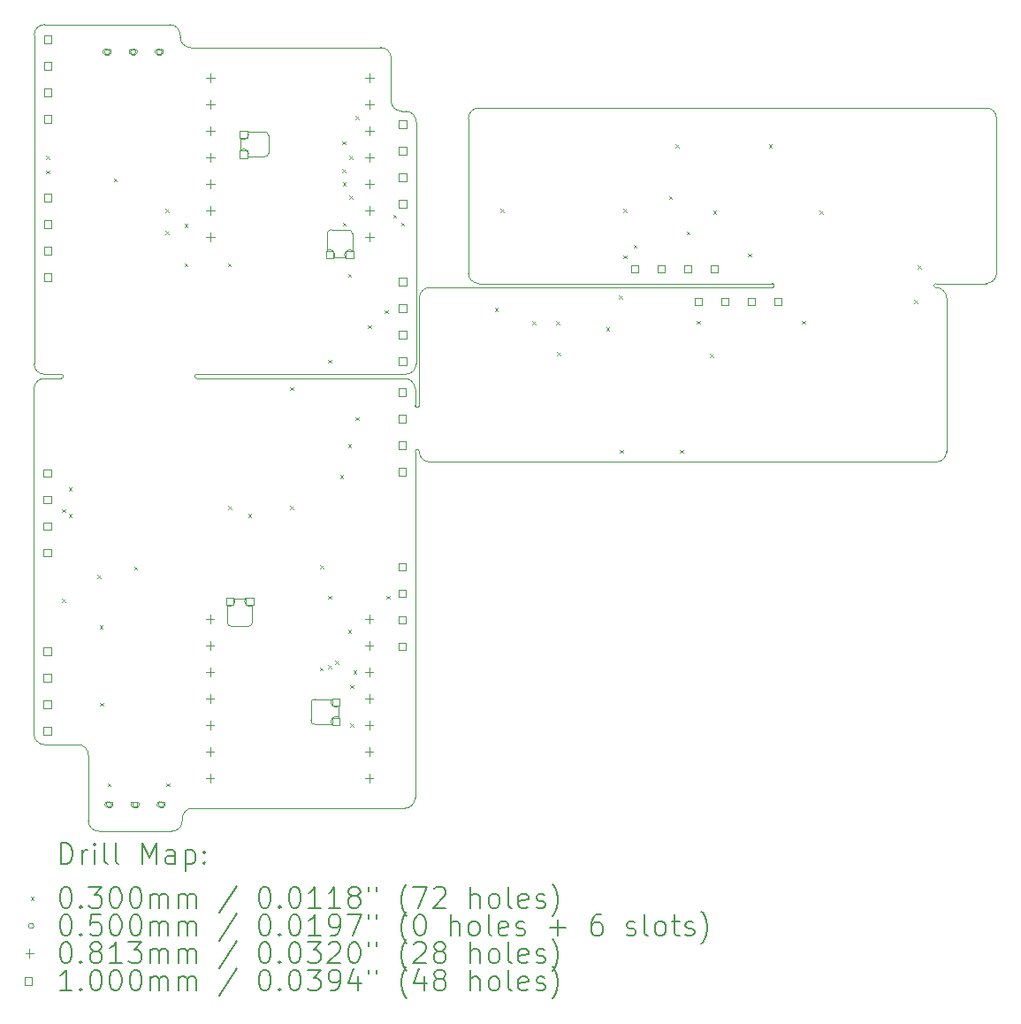
<source format=gbr>
%TF.GenerationSoftware,KiCad,Pcbnew,9.0.0*%
%TF.CreationDate,2025-03-30T22:48:25+09:00*%
%TF.ProjectId,nofy,6e6f6679-2e6b-4696-9361-645f70636258,rev?*%
%TF.SameCoordinates,Original*%
%TF.FileFunction,Drillmap*%
%TF.FilePolarity,Positive*%
%FSLAX45Y45*%
G04 Gerber Fmt 4.5, Leading zero omitted, Abs format (unit mm)*
G04 Created by KiCad (PCBNEW 9.0.0) date 2025-03-30 22:48:25*
%MOMM*%
%LPD*%
G01*
G04 APERTURE LIST*
%ADD10C,0.050000*%
%ADD11C,0.120000*%
%ADD12C,0.200000*%
%ADD13C,0.100000*%
G04 APERTURE END LIST*
D10*
X5880000Y-7410000D02*
X5880000Y-10725000D01*
X5920000Y-6970000D02*
G75*
G02*
X5880000Y-6970000I-20000J0D01*
G01*
X5880000Y-7410000D02*
G75*
G02*
X5920000Y-7410000I20000J0D01*
G01*
X3790000Y-6710000D02*
G75*
G02*
X3790000Y-6670000I0J20000D01*
G01*
X2490000Y-6670000D02*
G75*
G02*
X2490000Y-6710000I0J-20000D01*
G01*
X9300000Y-5800000D02*
G75*
G02*
X9300000Y-5840000I0J-20000D01*
G01*
X10870000Y-5840000D02*
G75*
G02*
X10870000Y-5800000I0J20000D01*
G01*
X10870000Y-5800000D02*
X11350000Y-5800000D01*
X10870000Y-7510000D02*
X6020000Y-7510000D01*
X3650000Y-10925000D02*
G75*
G02*
X3750000Y-10825000I100000J0D01*
G01*
X2231066Y-3421421D02*
G75*
G02*
X2331066Y-3321416I100004J1D01*
G01*
X6490000Y-5800000D02*
X9300000Y-5800000D01*
X5889645Y-6570000D02*
G75*
G02*
X5789645Y-6670005I-100005J0D01*
G01*
X2230000Y-6810000D02*
G75*
G02*
X2330000Y-6710000I100000J0D01*
G01*
X2650000Y-10215000D02*
X2330000Y-10215000D01*
X10970000Y-7410000D02*
G75*
G02*
X10870000Y-7510000I-100000J0D01*
G01*
X3529645Y-3321421D02*
G75*
G02*
X3629639Y-3421421I-5J-99999D01*
G01*
X3629645Y-3440711D02*
X3629644Y-3421421D01*
X6020000Y-7510000D02*
G75*
G02*
X5920005Y-7410000I0J99995D01*
G01*
X11450000Y-5700000D02*
G75*
G02*
X11350000Y-5799999I-100000J1D01*
G01*
X10970000Y-7410000D02*
X10970000Y-5940000D01*
X11350000Y-4120000D02*
G75*
G02*
X11450005Y-4220000I0J-100005D01*
G01*
X5750355Y-4150711D02*
X5790355Y-4150711D01*
X2330000Y-10215000D02*
G75*
G02*
X2230000Y-10115000I0J100000D01*
G01*
X2331065Y-3321421D02*
X3529645Y-3321421D01*
X5920000Y-6970000D02*
X5920000Y-5940000D01*
X6490000Y-5800000D02*
G75*
G02*
X6390000Y-5700000I0J100000D01*
G01*
X10870000Y-5840000D02*
G75*
G02*
X10970000Y-5940000I0J-100000D01*
G01*
X2330358Y-6670000D02*
X2490000Y-6670000D01*
X3729645Y-3540711D02*
X5550355Y-3540711D01*
X2850000Y-11045000D02*
G75*
G02*
X2750000Y-10945000I0J100000D01*
G01*
X5550355Y-3541421D02*
G75*
G02*
X5650359Y-3641421I5J-99999D01*
G01*
X3729644Y-3540711D02*
G75*
G02*
X3629639Y-3440711I-5J100001D01*
G01*
X6390000Y-4220000D02*
X6390000Y-5700000D01*
X2230000Y-10115000D02*
X2230000Y-6810000D01*
X6020000Y-5840000D02*
X9300000Y-5840000D01*
X5780000Y-6710000D02*
G75*
G02*
X5880000Y-6810000I0J-100000D01*
G01*
X3650000Y-10945000D02*
G75*
G02*
X3550000Y-11045000I-100000J0D01*
G01*
X3790000Y-6710000D02*
X5780000Y-6710000D01*
X3750000Y-10825000D02*
X5780000Y-10825000D01*
X5650355Y-3641421D02*
X5650355Y-4050711D01*
X2650000Y-10215000D02*
G75*
G02*
X2750000Y-10315000I0J-100000D01*
G01*
X6490000Y-4119999D02*
X11350000Y-4120000D01*
X5790355Y-4150711D02*
G75*
G02*
X5890359Y-4250711I5J-99999D01*
G01*
X2330000Y-6710000D02*
X2490000Y-6710000D01*
X5750355Y-4150711D02*
G75*
G02*
X5650359Y-4050711I5J100001D01*
G01*
X3550000Y-11045000D02*
X2850000Y-11045000D01*
X5880000Y-10725000D02*
G75*
G02*
X5780000Y-10825000I-100000J0D01*
G01*
X5920000Y-5940000D02*
G75*
G02*
X6020000Y-5840000I100000J0D01*
G01*
X5880000Y-6810000D02*
X5880000Y-6970000D01*
X2330355Y-6670000D02*
G75*
G02*
X2230360Y-6570000I5J100000D01*
G01*
X6390000Y-4219999D02*
G75*
G02*
X6490000Y-4119995I100000J5D01*
G01*
X2230355Y-6570000D02*
X2231066Y-3421421D01*
X5789645Y-6670000D02*
X3790000Y-6670000D01*
X5890355Y-4250711D02*
X5889644Y-6570000D01*
X2750000Y-10945000D02*
X2750000Y-10315000D01*
X3650000Y-10945000D02*
X3650000Y-10925000D01*
X11450000Y-4220000D02*
X11450000Y-5700711D01*
D11*
X4079975Y-9045325D02*
X4079975Y-8885305D01*
X4148555Y-8816725D02*
X4252695Y-8816725D01*
X4283175Y-9083425D02*
X4118075Y-9083425D01*
X4321275Y-8885305D02*
X4321275Y-9045325D01*
X4882575Y-9984175D02*
X4882575Y-9819075D01*
X4920675Y-9780975D02*
X5080695Y-9780975D01*
X5080695Y-10022275D02*
X4920675Y-10022275D01*
X5149275Y-9849555D02*
X5149275Y-9953695D01*
X4118075Y-9083425D02*
G75*
G02*
X4079975Y-9045325I0J38100D01*
G01*
X4148555Y-8816725D02*
G75*
G02*
X4079975Y-8885305I-43805J-24775D01*
G01*
X4321275Y-8885305D02*
G75*
G02*
X4252695Y-8816725I-24775J43805D01*
G01*
X4321275Y-9045325D02*
G75*
G02*
X4283175Y-9083424I-38099J0D01*
G01*
X4882575Y-9819075D02*
G75*
G02*
X4920675Y-9780975I38100J0D01*
G01*
X4920675Y-10022275D02*
G75*
G02*
X4882575Y-9984175I-1J38099D01*
G01*
X5080695Y-10022275D02*
G75*
G02*
X5149275Y-9953695I43805J24775D01*
G01*
X5149275Y-9849555D02*
G75*
G02*
X5080695Y-9780975I-24775J43805D01*
G01*
X4209585Y-4520055D02*
X4209585Y-4415915D01*
X4278165Y-4347335D02*
X4438185Y-4347335D01*
X4438185Y-4588635D02*
X4278165Y-4588635D01*
X4476285Y-4385435D02*
X4476285Y-4550535D01*
X5037585Y-5484305D02*
X5037585Y-5324285D01*
X5075685Y-5286185D02*
X5240785Y-5286185D01*
X5210305Y-5552885D02*
X5106165Y-5552885D01*
X5278885Y-5324285D02*
X5278885Y-5484305D01*
X4209585Y-4520055D02*
G75*
G02*
X4278165Y-4588635I24775J-43805D01*
G01*
X4278165Y-4347335D02*
G75*
G02*
X4209585Y-4415915I-43805J-24775D01*
G01*
X4438185Y-4347335D02*
G75*
G02*
X4476285Y-4385435I1J-38099D01*
G01*
X4476285Y-4550535D02*
G75*
G02*
X4438185Y-4588635I-38100J0D01*
G01*
X5037585Y-5324285D02*
G75*
G02*
X5075685Y-5286186I38099J0D01*
G01*
X5037585Y-5484305D02*
G75*
G02*
X5106165Y-5552885I24775J-43805D01*
G01*
X5210305Y-5552885D02*
G75*
G02*
X5278885Y-5484305I43805J24775D01*
G01*
X5240785Y-5286185D02*
G75*
G02*
X5278885Y-5324285I0J-38100D01*
G01*
D12*
D13*
X2345360Y-4580110D02*
X2375360Y-4610110D01*
X2375360Y-4580110D02*
X2345360Y-4610110D01*
X2345360Y-4719060D02*
X2375360Y-4749060D01*
X2375360Y-4719060D02*
X2345360Y-4749060D01*
X2497655Y-7959439D02*
X2527655Y-7989439D01*
X2527655Y-7959439D02*
X2497655Y-7989439D01*
X2498370Y-8818420D02*
X2528370Y-8848420D01*
X2528370Y-8818420D02*
X2498370Y-8848420D01*
X2560580Y-7755000D02*
X2590580Y-7785000D01*
X2590580Y-7755000D02*
X2560580Y-7785000D01*
X2560580Y-8008840D02*
X2590580Y-8038840D01*
X2590580Y-8008840D02*
X2560580Y-8038840D01*
X2839720Y-8590000D02*
X2869720Y-8620000D01*
X2869720Y-8590000D02*
X2839720Y-8620000D01*
X2860000Y-9075000D02*
X2890000Y-9105000D01*
X2890000Y-9075000D02*
X2860000Y-9105000D01*
X2865000Y-9815500D02*
X2895000Y-9845500D01*
X2895000Y-9815500D02*
X2865000Y-9845500D01*
X2933500Y-10586040D02*
X2963500Y-10616040D01*
X2963500Y-10586040D02*
X2933500Y-10616040D01*
X2995000Y-4795000D02*
X3025000Y-4825000D01*
X3025000Y-4795000D02*
X2995000Y-4825000D01*
X3186980Y-8511520D02*
X3216980Y-8541520D01*
X3216980Y-8511520D02*
X3186980Y-8541520D01*
X3490110Y-5088110D02*
X3520110Y-5118110D01*
X3520110Y-5088110D02*
X3490110Y-5118110D01*
X3490110Y-5300240D02*
X3520110Y-5330240D01*
X3520110Y-5300240D02*
X3490110Y-5330240D01*
X3497320Y-10586040D02*
X3527320Y-10616040D01*
X3527320Y-10586040D02*
X3497320Y-10616040D01*
X3670290Y-5232570D02*
X3700290Y-5262570D01*
X3700290Y-5232570D02*
X3670290Y-5262570D01*
X3670290Y-5607690D02*
X3700290Y-5637690D01*
X3700290Y-5607690D02*
X3670290Y-5637690D01*
X4086650Y-5607690D02*
X4116650Y-5637690D01*
X4116650Y-5607690D02*
X4086650Y-5637690D01*
X4092000Y-7929790D02*
X4122000Y-7959790D01*
X4122000Y-7929790D02*
X4092000Y-7959790D01*
X4279960Y-8008840D02*
X4309960Y-8038840D01*
X4309960Y-8008840D02*
X4279960Y-8038840D01*
X4683190Y-6794030D02*
X4713190Y-6824030D01*
X4713190Y-6794030D02*
X4683190Y-6824030D01*
X4683190Y-7929790D02*
X4713190Y-7959790D01*
X4713190Y-7929790D02*
X4683190Y-7959790D01*
X4965400Y-9475000D02*
X4995400Y-9505000D01*
X4995400Y-9475000D02*
X4965400Y-9505000D01*
X4970000Y-8500000D02*
X5000000Y-8530000D01*
X5000000Y-8500000D02*
X4970000Y-8530000D01*
X5045000Y-6530000D02*
X5075000Y-6560000D01*
X5075000Y-6530000D02*
X5045000Y-6560000D01*
X5045400Y-8788910D02*
X5075400Y-8818910D01*
X5075400Y-8788910D02*
X5045400Y-8818910D01*
X5045570Y-9455000D02*
X5075570Y-9485000D01*
X5075570Y-9455000D02*
X5045570Y-9485000D01*
X5113070Y-9410840D02*
X5143070Y-9440840D01*
X5143070Y-9410840D02*
X5113070Y-9440840D01*
X5160000Y-7633580D02*
X5190000Y-7663580D01*
X5190000Y-7633580D02*
X5160000Y-7663580D01*
X5184890Y-4437200D02*
X5214890Y-4467200D01*
X5214890Y-4437200D02*
X5184890Y-4467200D01*
X5184890Y-4707110D02*
X5214890Y-4737110D01*
X5214890Y-4707110D02*
X5184890Y-4737110D01*
X5186910Y-4834110D02*
X5216910Y-4864110D01*
X5216910Y-4834110D02*
X5186910Y-4864110D01*
X5186910Y-5217290D02*
X5216910Y-5247290D01*
X5216910Y-5217290D02*
X5186910Y-5247290D01*
X5236860Y-5710000D02*
X5266860Y-5740000D01*
X5266860Y-5710000D02*
X5236860Y-5740000D01*
X5238000Y-7337370D02*
X5268000Y-7367370D01*
X5268000Y-7337370D02*
X5238000Y-7367370D01*
X5238000Y-9115000D02*
X5268000Y-9145000D01*
X5268000Y-9115000D02*
X5238000Y-9145000D01*
X5249180Y-4580110D02*
X5279180Y-4610110D01*
X5279180Y-4580110D02*
X5249180Y-4610110D01*
X5249180Y-4961110D02*
X5279180Y-4991110D01*
X5279180Y-4961110D02*
X5249180Y-4991110D01*
X5260500Y-9645000D02*
X5290500Y-9675000D01*
X5290500Y-9645000D02*
X5260500Y-9675000D01*
X5260500Y-10013500D02*
X5290500Y-10043500D01*
X5290500Y-10013500D02*
X5260500Y-10043500D01*
X5287680Y-9505500D02*
X5317680Y-9535500D01*
X5317680Y-9505500D02*
X5287680Y-9535500D01*
X5307830Y-7080000D02*
X5337830Y-7110000D01*
X5337830Y-7080000D02*
X5307830Y-7110000D01*
X5309690Y-4196880D02*
X5339690Y-4226880D01*
X5339690Y-4196880D02*
X5309690Y-4226880D01*
X5427360Y-6200110D02*
X5457360Y-6230110D01*
X5457360Y-6200110D02*
X5427360Y-6230110D01*
X5589370Y-6054660D02*
X5619370Y-6084660D01*
X5619370Y-6054660D02*
X5589370Y-6084660D01*
X5604580Y-8788910D02*
X5634580Y-8818910D01*
X5634580Y-8788910D02*
X5604580Y-8818910D01*
X5667750Y-5142720D02*
X5697750Y-5172720D01*
X5697750Y-5142720D02*
X5667750Y-5172720D01*
X5745360Y-5217290D02*
X5775360Y-5247290D01*
X5775360Y-5217290D02*
X5745360Y-5247290D01*
X6645000Y-6035000D02*
X6675000Y-6065000D01*
X6675000Y-6035000D02*
X6645000Y-6065000D01*
X6698110Y-5086400D02*
X6728110Y-5116400D01*
X6728110Y-5086400D02*
X6698110Y-5116400D01*
X7001310Y-6161160D02*
X7031310Y-6191160D01*
X7031310Y-6161160D02*
X7001310Y-6191160D01*
X7231020Y-6161160D02*
X7261020Y-6191160D01*
X7261020Y-6161160D02*
X7231020Y-6191160D01*
X7241140Y-6459760D02*
X7271140Y-6489760D01*
X7271140Y-6459760D02*
X7241140Y-6489760D01*
X7711740Y-6221400D02*
X7741740Y-6251400D01*
X7741740Y-6221400D02*
X7711740Y-6251400D01*
X7834020Y-5917080D02*
X7864020Y-5947080D01*
X7864020Y-5917080D02*
X7834020Y-5947080D01*
X7840000Y-7394730D02*
X7870000Y-7424730D01*
X7870000Y-7394730D02*
X7840000Y-7424730D01*
X7874160Y-5086400D02*
X7904160Y-5116400D01*
X7904160Y-5086400D02*
X7874160Y-5116400D01*
X7874160Y-5530190D02*
X7904160Y-5560190D01*
X7904160Y-5530190D02*
X7874160Y-5560190D01*
X7971000Y-5427420D02*
X8001000Y-5457420D01*
X8001000Y-5427420D02*
X7971000Y-5457420D01*
X8310000Y-4965000D02*
X8340000Y-4995000D01*
X8340000Y-4965000D02*
X8310000Y-4995000D01*
X8372670Y-4466490D02*
X8402670Y-4496490D01*
X8402670Y-4466490D02*
X8372670Y-4496490D01*
X8418600Y-7394730D02*
X8448600Y-7424730D01*
X8448600Y-7394730D02*
X8418600Y-7424730D01*
X8480000Y-5301610D02*
X8510000Y-5331610D01*
X8510000Y-5301610D02*
X8480000Y-5331610D01*
X8580000Y-6155810D02*
X8610000Y-6185810D01*
X8610000Y-6155810D02*
X8580000Y-6185810D01*
X8707000Y-6476470D02*
X8737000Y-6506470D01*
X8737000Y-6476470D02*
X8707000Y-6506470D01*
X8733000Y-5101180D02*
X8763000Y-5131180D01*
X8763000Y-5101180D02*
X8733000Y-5131180D01*
X9069830Y-5515000D02*
X9099830Y-5545000D01*
X9099830Y-5515000D02*
X9069830Y-5545000D01*
X9267700Y-4466490D02*
X9297700Y-4496490D01*
X9297700Y-4466490D02*
X9267700Y-4496490D01*
X9585270Y-6155810D02*
X9615270Y-6185810D01*
X9615270Y-6155810D02*
X9585270Y-6185810D01*
X9755000Y-5101180D02*
X9785000Y-5131180D01*
X9785000Y-5101180D02*
X9755000Y-5131180D01*
X10662160Y-5960360D02*
X10692160Y-5990360D01*
X10692160Y-5960360D02*
X10662160Y-5990360D01*
X10695000Y-5626320D02*
X10725000Y-5656320D01*
X10725000Y-5626320D02*
X10695000Y-5656320D01*
X2955360Y-3582110D02*
G75*
G02*
X2905360Y-3582110I-25000J0D01*
G01*
X2905360Y-3582110D02*
G75*
G02*
X2955360Y-3582110I25000J0D01*
G01*
X2915360Y-3607110D02*
X2945360Y-3607110D01*
X2945360Y-3557110D02*
G75*
G02*
X2945360Y-3607110I0J-25000D01*
G01*
X2945360Y-3557110D02*
X2915360Y-3557110D01*
X2915360Y-3557110D02*
G75*
G03*
X2915360Y-3607110I0J-25000D01*
G01*
X2973500Y-10789500D02*
G75*
G02*
X2923500Y-10789500I-25000J0D01*
G01*
X2923500Y-10789500D02*
G75*
G02*
X2973500Y-10789500I25000J0D01*
G01*
X2963500Y-10764500D02*
X2933500Y-10764500D01*
X2933500Y-10814500D02*
G75*
G02*
X2933500Y-10764500I0J25000D01*
G01*
X2933500Y-10814500D02*
X2963500Y-10814500D01*
X2963500Y-10814500D02*
G75*
G03*
X2963500Y-10764500I0J25000D01*
G01*
X3205360Y-3582110D02*
G75*
G02*
X3155360Y-3582110I-25000J0D01*
G01*
X3155360Y-3582110D02*
G75*
G02*
X3205360Y-3582110I25000J0D01*
G01*
X3165360Y-3607110D02*
X3195360Y-3607110D01*
X3195360Y-3557110D02*
G75*
G02*
X3195360Y-3607110I0J-25000D01*
G01*
X3195360Y-3557110D02*
X3165360Y-3557110D01*
X3165360Y-3557110D02*
G75*
G03*
X3165360Y-3607110I0J-25000D01*
G01*
X3223500Y-10789500D02*
G75*
G02*
X3173500Y-10789500I-25000J0D01*
G01*
X3173500Y-10789500D02*
G75*
G02*
X3223500Y-10789500I25000J0D01*
G01*
X3213500Y-10764500D02*
X3183500Y-10764500D01*
X3183500Y-10814500D02*
G75*
G02*
X3183500Y-10764500I0J25000D01*
G01*
X3183500Y-10814500D02*
X3213500Y-10814500D01*
X3213500Y-10814500D02*
G75*
G03*
X3213500Y-10764500I0J25000D01*
G01*
X3455360Y-3582110D02*
G75*
G02*
X3405360Y-3582110I-25000J0D01*
G01*
X3405360Y-3582110D02*
G75*
G02*
X3455360Y-3582110I25000J0D01*
G01*
X3415360Y-3607110D02*
X3445360Y-3607110D01*
X3445360Y-3557110D02*
G75*
G02*
X3445360Y-3607110I0J-25000D01*
G01*
X3445360Y-3557110D02*
X3415360Y-3557110D01*
X3415360Y-3557110D02*
G75*
G03*
X3415360Y-3607110I0J-25000D01*
G01*
X3473500Y-10789500D02*
G75*
G02*
X3423500Y-10789500I-25000J0D01*
G01*
X3423500Y-10789500D02*
G75*
G02*
X3473500Y-10789500I25000J0D01*
G01*
X3463500Y-10764500D02*
X3433500Y-10764500D01*
X3433500Y-10814500D02*
G75*
G02*
X3433500Y-10764500I0J25000D01*
G01*
X3433500Y-10814500D02*
X3463500Y-10814500D01*
X3463500Y-10814500D02*
G75*
G03*
X3463500Y-10764500I0J25000D01*
G01*
X3916500Y-8971860D02*
X3916500Y-9053140D01*
X3875860Y-9012500D02*
X3957140Y-9012500D01*
X3916500Y-9225860D02*
X3916500Y-9307140D01*
X3875860Y-9266500D02*
X3957140Y-9266500D01*
X3916500Y-9479860D02*
X3916500Y-9561140D01*
X3875860Y-9520500D02*
X3957140Y-9520500D01*
X3916500Y-9733860D02*
X3916500Y-9815140D01*
X3875860Y-9774500D02*
X3957140Y-9774500D01*
X3916500Y-9987860D02*
X3916500Y-10069140D01*
X3875860Y-10028500D02*
X3957140Y-10028500D01*
X3916500Y-10241860D02*
X3916500Y-10323140D01*
X3875860Y-10282500D02*
X3957140Y-10282500D01*
X3916500Y-10495860D02*
X3916500Y-10577140D01*
X3875860Y-10536500D02*
X3957140Y-10536500D01*
X3918360Y-3792470D02*
X3918360Y-3873750D01*
X3877720Y-3833110D02*
X3959000Y-3833110D01*
X3918360Y-4046470D02*
X3918360Y-4127750D01*
X3877720Y-4087110D02*
X3959000Y-4087110D01*
X3918360Y-4300470D02*
X3918360Y-4381750D01*
X3877720Y-4341110D02*
X3959000Y-4341110D01*
X3918360Y-4554470D02*
X3918360Y-4635750D01*
X3877720Y-4595110D02*
X3959000Y-4595110D01*
X3918360Y-4808470D02*
X3918360Y-4889750D01*
X3877720Y-4849110D02*
X3959000Y-4849110D01*
X3918360Y-5062470D02*
X3918360Y-5143750D01*
X3877720Y-5103110D02*
X3959000Y-5103110D01*
X3918360Y-5316470D02*
X3918360Y-5397750D01*
X3877720Y-5357110D02*
X3959000Y-5357110D01*
X5440500Y-8971860D02*
X5440500Y-9053140D01*
X5399860Y-9012500D02*
X5481140Y-9012500D01*
X5440500Y-9225860D02*
X5440500Y-9307140D01*
X5399860Y-9266500D02*
X5481140Y-9266500D01*
X5440500Y-9479860D02*
X5440500Y-9561140D01*
X5399860Y-9520500D02*
X5481140Y-9520500D01*
X5440500Y-9733860D02*
X5440500Y-9815140D01*
X5399860Y-9774500D02*
X5481140Y-9774500D01*
X5440500Y-9987860D02*
X5440500Y-10069140D01*
X5399860Y-10028500D02*
X5481140Y-10028500D01*
X5440500Y-10241860D02*
X5440500Y-10323140D01*
X5399860Y-10282500D02*
X5481140Y-10282500D01*
X5440500Y-10495860D02*
X5440500Y-10577140D01*
X5399860Y-10536500D02*
X5481140Y-10536500D01*
X5442360Y-3792470D02*
X5442360Y-3873750D01*
X5401720Y-3833110D02*
X5483000Y-3833110D01*
X5442360Y-4046470D02*
X5442360Y-4127750D01*
X5401720Y-4087110D02*
X5483000Y-4087110D01*
X5442360Y-4300470D02*
X5442360Y-4381750D01*
X5401720Y-4341110D02*
X5483000Y-4341110D01*
X5442360Y-4554470D02*
X5442360Y-4635750D01*
X5401720Y-4595110D02*
X5483000Y-4595110D01*
X5442360Y-4808470D02*
X5442360Y-4889750D01*
X5401720Y-4849110D02*
X5483000Y-4849110D01*
X5442360Y-5062470D02*
X5442360Y-5143750D01*
X5401720Y-5103110D02*
X5483000Y-5103110D01*
X5442360Y-5316470D02*
X5442360Y-5397750D01*
X5401720Y-5357110D02*
X5483000Y-5357110D01*
X2393856Y-7651856D02*
X2393856Y-7581144D01*
X2323144Y-7581144D01*
X2323144Y-7651856D01*
X2393856Y-7651856D01*
X2393856Y-7905856D02*
X2393856Y-7835144D01*
X2323144Y-7835144D01*
X2323144Y-7905856D01*
X2393856Y-7905856D01*
X2393856Y-8159856D02*
X2393856Y-8089144D01*
X2323144Y-8089144D01*
X2323144Y-8159856D01*
X2393856Y-8159856D01*
X2393856Y-8413856D02*
X2393856Y-8343144D01*
X2323144Y-8343144D01*
X2323144Y-8413856D01*
X2393856Y-8413856D01*
X2393856Y-9357856D02*
X2393856Y-9287144D01*
X2323144Y-9287144D01*
X2323144Y-9357856D01*
X2393856Y-9357856D01*
X2393856Y-9611856D02*
X2393856Y-9541144D01*
X2323144Y-9541144D01*
X2323144Y-9611856D01*
X2393856Y-9611856D01*
X2393856Y-9865856D02*
X2393856Y-9795144D01*
X2323144Y-9795144D01*
X2323144Y-9865856D01*
X2393856Y-9865856D01*
X2393856Y-10119856D02*
X2393856Y-10049144D01*
X2323144Y-10049144D01*
X2323144Y-10119856D01*
X2393856Y-10119856D01*
X2395716Y-3498466D02*
X2395716Y-3427754D01*
X2325004Y-3427754D01*
X2325004Y-3498466D01*
X2395716Y-3498466D01*
X2395716Y-3752466D02*
X2395716Y-3681754D01*
X2325004Y-3681754D01*
X2325004Y-3752466D01*
X2395716Y-3752466D01*
X2395716Y-4006466D02*
X2395716Y-3935754D01*
X2325004Y-3935754D01*
X2325004Y-4006466D01*
X2395716Y-4006466D01*
X2395716Y-4260466D02*
X2395716Y-4189754D01*
X2325004Y-4189754D01*
X2325004Y-4260466D01*
X2395716Y-4260466D01*
X2395716Y-5012966D02*
X2395716Y-4942254D01*
X2325004Y-4942254D01*
X2325004Y-5012966D01*
X2395716Y-5012966D01*
X2395716Y-5266966D02*
X2395716Y-5196254D01*
X2325004Y-5196254D01*
X2325004Y-5266966D01*
X2395716Y-5266966D01*
X2395716Y-5520966D02*
X2395716Y-5450254D01*
X2325004Y-5450254D01*
X2325004Y-5520966D01*
X2395716Y-5520966D01*
X2395716Y-5774966D02*
X2395716Y-5704254D01*
X2325004Y-5704254D01*
X2325004Y-5774966D01*
X2395716Y-5774966D01*
X4142356Y-8878656D02*
X4142356Y-8807944D01*
X4071644Y-8807944D01*
X4071644Y-8878656D01*
X4142356Y-8878656D01*
X4271216Y-4408266D02*
X4271216Y-4337554D01*
X4200504Y-4337554D01*
X4200504Y-4408266D01*
X4271216Y-4408266D01*
X4271216Y-4598766D02*
X4271216Y-4528054D01*
X4200504Y-4528054D01*
X4200504Y-4598766D01*
X4271216Y-4598766D01*
X4330316Y-8878656D02*
X4330316Y-8807944D01*
X4259604Y-8807944D01*
X4259604Y-8878656D01*
X4330316Y-8878656D01*
X5099256Y-5561666D02*
X5099256Y-5490954D01*
X5028544Y-5490954D01*
X5028544Y-5561666D01*
X5099256Y-5561666D01*
X5158356Y-9841556D02*
X5158356Y-9770844D01*
X5087644Y-9770844D01*
X5087644Y-9841556D01*
X5158356Y-9841556D01*
X5158356Y-10032056D02*
X5158356Y-9961344D01*
X5087644Y-9961344D01*
X5087644Y-10032056D01*
X5158356Y-10032056D01*
X5287216Y-5561666D02*
X5287216Y-5490954D01*
X5216504Y-5490954D01*
X5216504Y-5561666D01*
X5287216Y-5561666D01*
X5793856Y-6877856D02*
X5793856Y-6807144D01*
X5723144Y-6807144D01*
X5723144Y-6877856D01*
X5793856Y-6877856D01*
X5793856Y-7131856D02*
X5793856Y-7061144D01*
X5723144Y-7061144D01*
X5723144Y-7131856D01*
X5793856Y-7131856D01*
X5793856Y-7385856D02*
X5793856Y-7315144D01*
X5723144Y-7315144D01*
X5723144Y-7385856D01*
X5793856Y-7385856D01*
X5793856Y-7639856D02*
X5793856Y-7569144D01*
X5723144Y-7569144D01*
X5723144Y-7639856D01*
X5793856Y-7639856D01*
X5793856Y-8547856D02*
X5793856Y-8477144D01*
X5723144Y-8477144D01*
X5723144Y-8547856D01*
X5793856Y-8547856D01*
X5793856Y-8801856D02*
X5793856Y-8731144D01*
X5723144Y-8731144D01*
X5723144Y-8801856D01*
X5793856Y-8801856D01*
X5793856Y-9055856D02*
X5793856Y-8985144D01*
X5723144Y-8985144D01*
X5723144Y-9055856D01*
X5793856Y-9055856D01*
X5793856Y-9309856D02*
X5793856Y-9239144D01*
X5723144Y-9239144D01*
X5723144Y-9309856D01*
X5793856Y-9309856D01*
X5795716Y-4312466D02*
X5795716Y-4241754D01*
X5725004Y-4241754D01*
X5725004Y-4312466D01*
X5795716Y-4312466D01*
X5795716Y-4566466D02*
X5795716Y-4495754D01*
X5725004Y-4495754D01*
X5725004Y-4566466D01*
X5795716Y-4566466D01*
X5795716Y-4820466D02*
X5795716Y-4749754D01*
X5725004Y-4749754D01*
X5725004Y-4820466D01*
X5795716Y-4820466D01*
X5795716Y-5074466D02*
X5795716Y-5003754D01*
X5725004Y-5003754D01*
X5725004Y-5074466D01*
X5795716Y-5074466D01*
X5795716Y-5818466D02*
X5795716Y-5747754D01*
X5725004Y-5747754D01*
X5725004Y-5818466D01*
X5795716Y-5818466D01*
X5795716Y-6072466D02*
X5795716Y-6001754D01*
X5725004Y-6001754D01*
X5725004Y-6072466D01*
X5795716Y-6072466D01*
X5795716Y-6326466D02*
X5795716Y-6255754D01*
X5725004Y-6255754D01*
X5725004Y-6326466D01*
X5795716Y-6326466D01*
X5795716Y-6580466D02*
X5795716Y-6509754D01*
X5725004Y-6509754D01*
X5725004Y-6580466D01*
X5795716Y-6580466D01*
X8021356Y-5695716D02*
X8021356Y-5625004D01*
X7950644Y-5625004D01*
X7950644Y-5695716D01*
X8021356Y-5695716D01*
X8275356Y-5695716D02*
X8275356Y-5625004D01*
X8204644Y-5625004D01*
X8204644Y-5695716D01*
X8275356Y-5695716D01*
X8529356Y-5695716D02*
X8529356Y-5625004D01*
X8458644Y-5625004D01*
X8458644Y-5695716D01*
X8529356Y-5695716D01*
X8630356Y-6010716D02*
X8630356Y-5940004D01*
X8559644Y-5940004D01*
X8559644Y-6010716D01*
X8630356Y-6010716D01*
X8783356Y-5695716D02*
X8783356Y-5625004D01*
X8712644Y-5625004D01*
X8712644Y-5695716D01*
X8783356Y-5695716D01*
X8884356Y-6010716D02*
X8884356Y-5940004D01*
X8813644Y-5940004D01*
X8813644Y-6010716D01*
X8884356Y-6010716D01*
X9138356Y-6010716D02*
X9138356Y-5940004D01*
X9067644Y-5940004D01*
X9067644Y-6010716D01*
X9138356Y-6010716D01*
X9392356Y-6010716D02*
X9392356Y-5940004D01*
X9321644Y-5940004D01*
X9321644Y-6010716D01*
X9392356Y-6010716D01*
D12*
X2488277Y-11358984D02*
X2488277Y-11158984D01*
X2488277Y-11158984D02*
X2535896Y-11158984D01*
X2535896Y-11158984D02*
X2564467Y-11168508D01*
X2564467Y-11168508D02*
X2583515Y-11187555D01*
X2583515Y-11187555D02*
X2593039Y-11206603D01*
X2593039Y-11206603D02*
X2602563Y-11244698D01*
X2602563Y-11244698D02*
X2602563Y-11273269D01*
X2602563Y-11273269D02*
X2593039Y-11311365D01*
X2593039Y-11311365D02*
X2583515Y-11330412D01*
X2583515Y-11330412D02*
X2564467Y-11349460D01*
X2564467Y-11349460D02*
X2535896Y-11358984D01*
X2535896Y-11358984D02*
X2488277Y-11358984D01*
X2688277Y-11358984D02*
X2688277Y-11225650D01*
X2688277Y-11263746D02*
X2697801Y-11244698D01*
X2697801Y-11244698D02*
X2707324Y-11235174D01*
X2707324Y-11235174D02*
X2726372Y-11225650D01*
X2726372Y-11225650D02*
X2745420Y-11225650D01*
X2812086Y-11358984D02*
X2812086Y-11225650D01*
X2812086Y-11158984D02*
X2802562Y-11168508D01*
X2802562Y-11168508D02*
X2812086Y-11178031D01*
X2812086Y-11178031D02*
X2821610Y-11168508D01*
X2821610Y-11168508D02*
X2812086Y-11158984D01*
X2812086Y-11158984D02*
X2812086Y-11178031D01*
X2935896Y-11358984D02*
X2916848Y-11349460D01*
X2916848Y-11349460D02*
X2907324Y-11330412D01*
X2907324Y-11330412D02*
X2907324Y-11158984D01*
X3040658Y-11358984D02*
X3021610Y-11349460D01*
X3021610Y-11349460D02*
X3012086Y-11330412D01*
X3012086Y-11330412D02*
X3012086Y-11158984D01*
X3269229Y-11358984D02*
X3269229Y-11158984D01*
X3269229Y-11158984D02*
X3335896Y-11301841D01*
X3335896Y-11301841D02*
X3402562Y-11158984D01*
X3402562Y-11158984D02*
X3402562Y-11358984D01*
X3583515Y-11358984D02*
X3583515Y-11254222D01*
X3583515Y-11254222D02*
X3573991Y-11235174D01*
X3573991Y-11235174D02*
X3554943Y-11225650D01*
X3554943Y-11225650D02*
X3516848Y-11225650D01*
X3516848Y-11225650D02*
X3497801Y-11235174D01*
X3583515Y-11349460D02*
X3564467Y-11358984D01*
X3564467Y-11358984D02*
X3516848Y-11358984D01*
X3516848Y-11358984D02*
X3497801Y-11349460D01*
X3497801Y-11349460D02*
X3488277Y-11330412D01*
X3488277Y-11330412D02*
X3488277Y-11311365D01*
X3488277Y-11311365D02*
X3497801Y-11292317D01*
X3497801Y-11292317D02*
X3516848Y-11282793D01*
X3516848Y-11282793D02*
X3564467Y-11282793D01*
X3564467Y-11282793D02*
X3583515Y-11273269D01*
X3678753Y-11225650D02*
X3678753Y-11425650D01*
X3678753Y-11235174D02*
X3697801Y-11225650D01*
X3697801Y-11225650D02*
X3735896Y-11225650D01*
X3735896Y-11225650D02*
X3754943Y-11235174D01*
X3754943Y-11235174D02*
X3764467Y-11244698D01*
X3764467Y-11244698D02*
X3773991Y-11263746D01*
X3773991Y-11263746D02*
X3773991Y-11320888D01*
X3773991Y-11320888D02*
X3764467Y-11339936D01*
X3764467Y-11339936D02*
X3754943Y-11349460D01*
X3754943Y-11349460D02*
X3735896Y-11358984D01*
X3735896Y-11358984D02*
X3697801Y-11358984D01*
X3697801Y-11358984D02*
X3678753Y-11349460D01*
X3859705Y-11339936D02*
X3869229Y-11349460D01*
X3869229Y-11349460D02*
X3859705Y-11358984D01*
X3859705Y-11358984D02*
X3850182Y-11349460D01*
X3850182Y-11349460D02*
X3859705Y-11339936D01*
X3859705Y-11339936D02*
X3859705Y-11358984D01*
X3859705Y-11235174D02*
X3869229Y-11244698D01*
X3869229Y-11244698D02*
X3859705Y-11254222D01*
X3859705Y-11254222D02*
X3850182Y-11244698D01*
X3850182Y-11244698D02*
X3859705Y-11235174D01*
X3859705Y-11235174D02*
X3859705Y-11254222D01*
D13*
X2197500Y-11672500D02*
X2227500Y-11702500D01*
X2227500Y-11672500D02*
X2197500Y-11702500D01*
D12*
X2526372Y-11578984D02*
X2545420Y-11578984D01*
X2545420Y-11578984D02*
X2564467Y-11588508D01*
X2564467Y-11588508D02*
X2573991Y-11598031D01*
X2573991Y-11598031D02*
X2583515Y-11617079D01*
X2583515Y-11617079D02*
X2593039Y-11655174D01*
X2593039Y-11655174D02*
X2593039Y-11702793D01*
X2593039Y-11702793D02*
X2583515Y-11740888D01*
X2583515Y-11740888D02*
X2573991Y-11759936D01*
X2573991Y-11759936D02*
X2564467Y-11769460D01*
X2564467Y-11769460D02*
X2545420Y-11778984D01*
X2545420Y-11778984D02*
X2526372Y-11778984D01*
X2526372Y-11778984D02*
X2507324Y-11769460D01*
X2507324Y-11769460D02*
X2497801Y-11759936D01*
X2497801Y-11759936D02*
X2488277Y-11740888D01*
X2488277Y-11740888D02*
X2478753Y-11702793D01*
X2478753Y-11702793D02*
X2478753Y-11655174D01*
X2478753Y-11655174D02*
X2488277Y-11617079D01*
X2488277Y-11617079D02*
X2497801Y-11598031D01*
X2497801Y-11598031D02*
X2507324Y-11588508D01*
X2507324Y-11588508D02*
X2526372Y-11578984D01*
X2678753Y-11759936D02*
X2688277Y-11769460D01*
X2688277Y-11769460D02*
X2678753Y-11778984D01*
X2678753Y-11778984D02*
X2669229Y-11769460D01*
X2669229Y-11769460D02*
X2678753Y-11759936D01*
X2678753Y-11759936D02*
X2678753Y-11778984D01*
X2754944Y-11578984D02*
X2878753Y-11578984D01*
X2878753Y-11578984D02*
X2812086Y-11655174D01*
X2812086Y-11655174D02*
X2840658Y-11655174D01*
X2840658Y-11655174D02*
X2859705Y-11664698D01*
X2859705Y-11664698D02*
X2869229Y-11674222D01*
X2869229Y-11674222D02*
X2878753Y-11693269D01*
X2878753Y-11693269D02*
X2878753Y-11740888D01*
X2878753Y-11740888D02*
X2869229Y-11759936D01*
X2869229Y-11759936D02*
X2859705Y-11769460D01*
X2859705Y-11769460D02*
X2840658Y-11778984D01*
X2840658Y-11778984D02*
X2783515Y-11778984D01*
X2783515Y-11778984D02*
X2764467Y-11769460D01*
X2764467Y-11769460D02*
X2754944Y-11759936D01*
X3002562Y-11578984D02*
X3021610Y-11578984D01*
X3021610Y-11578984D02*
X3040658Y-11588508D01*
X3040658Y-11588508D02*
X3050182Y-11598031D01*
X3050182Y-11598031D02*
X3059705Y-11617079D01*
X3059705Y-11617079D02*
X3069229Y-11655174D01*
X3069229Y-11655174D02*
X3069229Y-11702793D01*
X3069229Y-11702793D02*
X3059705Y-11740888D01*
X3059705Y-11740888D02*
X3050182Y-11759936D01*
X3050182Y-11759936D02*
X3040658Y-11769460D01*
X3040658Y-11769460D02*
X3021610Y-11778984D01*
X3021610Y-11778984D02*
X3002562Y-11778984D01*
X3002562Y-11778984D02*
X2983515Y-11769460D01*
X2983515Y-11769460D02*
X2973991Y-11759936D01*
X2973991Y-11759936D02*
X2964467Y-11740888D01*
X2964467Y-11740888D02*
X2954943Y-11702793D01*
X2954943Y-11702793D02*
X2954943Y-11655174D01*
X2954943Y-11655174D02*
X2964467Y-11617079D01*
X2964467Y-11617079D02*
X2973991Y-11598031D01*
X2973991Y-11598031D02*
X2983515Y-11588508D01*
X2983515Y-11588508D02*
X3002562Y-11578984D01*
X3193039Y-11578984D02*
X3212086Y-11578984D01*
X3212086Y-11578984D02*
X3231134Y-11588508D01*
X3231134Y-11588508D02*
X3240658Y-11598031D01*
X3240658Y-11598031D02*
X3250182Y-11617079D01*
X3250182Y-11617079D02*
X3259705Y-11655174D01*
X3259705Y-11655174D02*
X3259705Y-11702793D01*
X3259705Y-11702793D02*
X3250182Y-11740888D01*
X3250182Y-11740888D02*
X3240658Y-11759936D01*
X3240658Y-11759936D02*
X3231134Y-11769460D01*
X3231134Y-11769460D02*
X3212086Y-11778984D01*
X3212086Y-11778984D02*
X3193039Y-11778984D01*
X3193039Y-11778984D02*
X3173991Y-11769460D01*
X3173991Y-11769460D02*
X3164467Y-11759936D01*
X3164467Y-11759936D02*
X3154943Y-11740888D01*
X3154943Y-11740888D02*
X3145420Y-11702793D01*
X3145420Y-11702793D02*
X3145420Y-11655174D01*
X3145420Y-11655174D02*
X3154943Y-11617079D01*
X3154943Y-11617079D02*
X3164467Y-11598031D01*
X3164467Y-11598031D02*
X3173991Y-11588508D01*
X3173991Y-11588508D02*
X3193039Y-11578984D01*
X3345420Y-11778984D02*
X3345420Y-11645650D01*
X3345420Y-11664698D02*
X3354943Y-11655174D01*
X3354943Y-11655174D02*
X3373991Y-11645650D01*
X3373991Y-11645650D02*
X3402563Y-11645650D01*
X3402563Y-11645650D02*
X3421610Y-11655174D01*
X3421610Y-11655174D02*
X3431134Y-11674222D01*
X3431134Y-11674222D02*
X3431134Y-11778984D01*
X3431134Y-11674222D02*
X3440658Y-11655174D01*
X3440658Y-11655174D02*
X3459705Y-11645650D01*
X3459705Y-11645650D02*
X3488277Y-11645650D01*
X3488277Y-11645650D02*
X3507324Y-11655174D01*
X3507324Y-11655174D02*
X3516848Y-11674222D01*
X3516848Y-11674222D02*
X3516848Y-11778984D01*
X3612086Y-11778984D02*
X3612086Y-11645650D01*
X3612086Y-11664698D02*
X3621610Y-11655174D01*
X3621610Y-11655174D02*
X3640658Y-11645650D01*
X3640658Y-11645650D02*
X3669229Y-11645650D01*
X3669229Y-11645650D02*
X3688277Y-11655174D01*
X3688277Y-11655174D02*
X3697801Y-11674222D01*
X3697801Y-11674222D02*
X3697801Y-11778984D01*
X3697801Y-11674222D02*
X3707324Y-11655174D01*
X3707324Y-11655174D02*
X3726372Y-11645650D01*
X3726372Y-11645650D02*
X3754943Y-11645650D01*
X3754943Y-11645650D02*
X3773991Y-11655174D01*
X3773991Y-11655174D02*
X3783515Y-11674222D01*
X3783515Y-11674222D02*
X3783515Y-11778984D01*
X4173991Y-11569460D02*
X4002563Y-11826603D01*
X4431134Y-11578984D02*
X4450182Y-11578984D01*
X4450182Y-11578984D02*
X4469229Y-11588508D01*
X4469229Y-11588508D02*
X4478753Y-11598031D01*
X4478753Y-11598031D02*
X4488277Y-11617079D01*
X4488277Y-11617079D02*
X4497801Y-11655174D01*
X4497801Y-11655174D02*
X4497801Y-11702793D01*
X4497801Y-11702793D02*
X4488277Y-11740888D01*
X4488277Y-11740888D02*
X4478753Y-11759936D01*
X4478753Y-11759936D02*
X4469229Y-11769460D01*
X4469229Y-11769460D02*
X4450182Y-11778984D01*
X4450182Y-11778984D02*
X4431134Y-11778984D01*
X4431134Y-11778984D02*
X4412087Y-11769460D01*
X4412087Y-11769460D02*
X4402563Y-11759936D01*
X4402563Y-11759936D02*
X4393039Y-11740888D01*
X4393039Y-11740888D02*
X4383515Y-11702793D01*
X4383515Y-11702793D02*
X4383515Y-11655174D01*
X4383515Y-11655174D02*
X4393039Y-11617079D01*
X4393039Y-11617079D02*
X4402563Y-11598031D01*
X4402563Y-11598031D02*
X4412087Y-11588508D01*
X4412087Y-11588508D02*
X4431134Y-11578984D01*
X4583515Y-11759936D02*
X4593039Y-11769460D01*
X4593039Y-11769460D02*
X4583515Y-11778984D01*
X4583515Y-11778984D02*
X4573991Y-11769460D01*
X4573991Y-11769460D02*
X4583515Y-11759936D01*
X4583515Y-11759936D02*
X4583515Y-11778984D01*
X4716848Y-11578984D02*
X4735896Y-11578984D01*
X4735896Y-11578984D02*
X4754944Y-11588508D01*
X4754944Y-11588508D02*
X4764468Y-11598031D01*
X4764468Y-11598031D02*
X4773991Y-11617079D01*
X4773991Y-11617079D02*
X4783515Y-11655174D01*
X4783515Y-11655174D02*
X4783515Y-11702793D01*
X4783515Y-11702793D02*
X4773991Y-11740888D01*
X4773991Y-11740888D02*
X4764468Y-11759936D01*
X4764468Y-11759936D02*
X4754944Y-11769460D01*
X4754944Y-11769460D02*
X4735896Y-11778984D01*
X4735896Y-11778984D02*
X4716848Y-11778984D01*
X4716848Y-11778984D02*
X4697801Y-11769460D01*
X4697801Y-11769460D02*
X4688277Y-11759936D01*
X4688277Y-11759936D02*
X4678753Y-11740888D01*
X4678753Y-11740888D02*
X4669229Y-11702793D01*
X4669229Y-11702793D02*
X4669229Y-11655174D01*
X4669229Y-11655174D02*
X4678753Y-11617079D01*
X4678753Y-11617079D02*
X4688277Y-11598031D01*
X4688277Y-11598031D02*
X4697801Y-11588508D01*
X4697801Y-11588508D02*
X4716848Y-11578984D01*
X4973991Y-11778984D02*
X4859706Y-11778984D01*
X4916848Y-11778984D02*
X4916848Y-11578984D01*
X4916848Y-11578984D02*
X4897801Y-11607555D01*
X4897801Y-11607555D02*
X4878753Y-11626603D01*
X4878753Y-11626603D02*
X4859706Y-11636127D01*
X5164468Y-11778984D02*
X5050182Y-11778984D01*
X5107325Y-11778984D02*
X5107325Y-11578984D01*
X5107325Y-11578984D02*
X5088277Y-11607555D01*
X5088277Y-11607555D02*
X5069229Y-11626603D01*
X5069229Y-11626603D02*
X5050182Y-11636127D01*
X5278753Y-11664698D02*
X5259706Y-11655174D01*
X5259706Y-11655174D02*
X5250182Y-11645650D01*
X5250182Y-11645650D02*
X5240658Y-11626603D01*
X5240658Y-11626603D02*
X5240658Y-11617079D01*
X5240658Y-11617079D02*
X5250182Y-11598031D01*
X5250182Y-11598031D02*
X5259706Y-11588508D01*
X5259706Y-11588508D02*
X5278753Y-11578984D01*
X5278753Y-11578984D02*
X5316849Y-11578984D01*
X5316849Y-11578984D02*
X5335896Y-11588508D01*
X5335896Y-11588508D02*
X5345420Y-11598031D01*
X5345420Y-11598031D02*
X5354944Y-11617079D01*
X5354944Y-11617079D02*
X5354944Y-11626603D01*
X5354944Y-11626603D02*
X5345420Y-11645650D01*
X5345420Y-11645650D02*
X5335896Y-11655174D01*
X5335896Y-11655174D02*
X5316849Y-11664698D01*
X5316849Y-11664698D02*
X5278753Y-11664698D01*
X5278753Y-11664698D02*
X5259706Y-11674222D01*
X5259706Y-11674222D02*
X5250182Y-11683746D01*
X5250182Y-11683746D02*
X5240658Y-11702793D01*
X5240658Y-11702793D02*
X5240658Y-11740888D01*
X5240658Y-11740888D02*
X5250182Y-11759936D01*
X5250182Y-11759936D02*
X5259706Y-11769460D01*
X5259706Y-11769460D02*
X5278753Y-11778984D01*
X5278753Y-11778984D02*
X5316849Y-11778984D01*
X5316849Y-11778984D02*
X5335896Y-11769460D01*
X5335896Y-11769460D02*
X5345420Y-11759936D01*
X5345420Y-11759936D02*
X5354944Y-11740888D01*
X5354944Y-11740888D02*
X5354944Y-11702793D01*
X5354944Y-11702793D02*
X5345420Y-11683746D01*
X5345420Y-11683746D02*
X5335896Y-11674222D01*
X5335896Y-11674222D02*
X5316849Y-11664698D01*
X5431134Y-11578984D02*
X5431134Y-11617079D01*
X5507325Y-11578984D02*
X5507325Y-11617079D01*
X5802563Y-11855174D02*
X5793039Y-11845650D01*
X5793039Y-11845650D02*
X5773991Y-11817079D01*
X5773991Y-11817079D02*
X5764468Y-11798031D01*
X5764468Y-11798031D02*
X5754944Y-11769460D01*
X5754944Y-11769460D02*
X5745420Y-11721841D01*
X5745420Y-11721841D02*
X5745420Y-11683746D01*
X5745420Y-11683746D02*
X5754944Y-11636127D01*
X5754944Y-11636127D02*
X5764468Y-11607555D01*
X5764468Y-11607555D02*
X5773991Y-11588508D01*
X5773991Y-11588508D02*
X5793039Y-11559936D01*
X5793039Y-11559936D02*
X5802563Y-11550412D01*
X5859706Y-11578984D02*
X5993039Y-11578984D01*
X5993039Y-11578984D02*
X5907325Y-11778984D01*
X6059706Y-11598031D02*
X6069229Y-11588508D01*
X6069229Y-11588508D02*
X6088277Y-11578984D01*
X6088277Y-11578984D02*
X6135896Y-11578984D01*
X6135896Y-11578984D02*
X6154944Y-11588508D01*
X6154944Y-11588508D02*
X6164468Y-11598031D01*
X6164468Y-11598031D02*
X6173991Y-11617079D01*
X6173991Y-11617079D02*
X6173991Y-11636127D01*
X6173991Y-11636127D02*
X6164468Y-11664698D01*
X6164468Y-11664698D02*
X6050182Y-11778984D01*
X6050182Y-11778984D02*
X6173991Y-11778984D01*
X6412087Y-11778984D02*
X6412087Y-11578984D01*
X6497801Y-11778984D02*
X6497801Y-11674222D01*
X6497801Y-11674222D02*
X6488277Y-11655174D01*
X6488277Y-11655174D02*
X6469230Y-11645650D01*
X6469230Y-11645650D02*
X6440658Y-11645650D01*
X6440658Y-11645650D02*
X6421610Y-11655174D01*
X6421610Y-11655174D02*
X6412087Y-11664698D01*
X6621610Y-11778984D02*
X6602563Y-11769460D01*
X6602563Y-11769460D02*
X6593039Y-11759936D01*
X6593039Y-11759936D02*
X6583515Y-11740888D01*
X6583515Y-11740888D02*
X6583515Y-11683746D01*
X6583515Y-11683746D02*
X6593039Y-11664698D01*
X6593039Y-11664698D02*
X6602563Y-11655174D01*
X6602563Y-11655174D02*
X6621610Y-11645650D01*
X6621610Y-11645650D02*
X6650182Y-11645650D01*
X6650182Y-11645650D02*
X6669230Y-11655174D01*
X6669230Y-11655174D02*
X6678753Y-11664698D01*
X6678753Y-11664698D02*
X6688277Y-11683746D01*
X6688277Y-11683746D02*
X6688277Y-11740888D01*
X6688277Y-11740888D02*
X6678753Y-11759936D01*
X6678753Y-11759936D02*
X6669230Y-11769460D01*
X6669230Y-11769460D02*
X6650182Y-11778984D01*
X6650182Y-11778984D02*
X6621610Y-11778984D01*
X6802563Y-11778984D02*
X6783515Y-11769460D01*
X6783515Y-11769460D02*
X6773991Y-11750412D01*
X6773991Y-11750412D02*
X6773991Y-11578984D01*
X6954944Y-11769460D02*
X6935896Y-11778984D01*
X6935896Y-11778984D02*
X6897801Y-11778984D01*
X6897801Y-11778984D02*
X6878753Y-11769460D01*
X6878753Y-11769460D02*
X6869230Y-11750412D01*
X6869230Y-11750412D02*
X6869230Y-11674222D01*
X6869230Y-11674222D02*
X6878753Y-11655174D01*
X6878753Y-11655174D02*
X6897801Y-11645650D01*
X6897801Y-11645650D02*
X6935896Y-11645650D01*
X6935896Y-11645650D02*
X6954944Y-11655174D01*
X6954944Y-11655174D02*
X6964468Y-11674222D01*
X6964468Y-11674222D02*
X6964468Y-11693269D01*
X6964468Y-11693269D02*
X6869230Y-11712317D01*
X7040658Y-11769460D02*
X7059706Y-11778984D01*
X7059706Y-11778984D02*
X7097801Y-11778984D01*
X7097801Y-11778984D02*
X7116849Y-11769460D01*
X7116849Y-11769460D02*
X7126372Y-11750412D01*
X7126372Y-11750412D02*
X7126372Y-11740888D01*
X7126372Y-11740888D02*
X7116849Y-11721841D01*
X7116849Y-11721841D02*
X7097801Y-11712317D01*
X7097801Y-11712317D02*
X7069230Y-11712317D01*
X7069230Y-11712317D02*
X7050182Y-11702793D01*
X7050182Y-11702793D02*
X7040658Y-11683746D01*
X7040658Y-11683746D02*
X7040658Y-11674222D01*
X7040658Y-11674222D02*
X7050182Y-11655174D01*
X7050182Y-11655174D02*
X7069230Y-11645650D01*
X7069230Y-11645650D02*
X7097801Y-11645650D01*
X7097801Y-11645650D02*
X7116849Y-11655174D01*
X7193039Y-11855174D02*
X7202563Y-11845650D01*
X7202563Y-11845650D02*
X7221611Y-11817079D01*
X7221611Y-11817079D02*
X7231134Y-11798031D01*
X7231134Y-11798031D02*
X7240658Y-11769460D01*
X7240658Y-11769460D02*
X7250182Y-11721841D01*
X7250182Y-11721841D02*
X7250182Y-11683746D01*
X7250182Y-11683746D02*
X7240658Y-11636127D01*
X7240658Y-11636127D02*
X7231134Y-11607555D01*
X7231134Y-11607555D02*
X7221611Y-11588508D01*
X7221611Y-11588508D02*
X7202563Y-11559936D01*
X7202563Y-11559936D02*
X7193039Y-11550412D01*
D13*
X2227500Y-11951500D02*
G75*
G02*
X2177500Y-11951500I-25000J0D01*
G01*
X2177500Y-11951500D02*
G75*
G02*
X2227500Y-11951500I25000J0D01*
G01*
D12*
X2526372Y-11842984D02*
X2545420Y-11842984D01*
X2545420Y-11842984D02*
X2564467Y-11852508D01*
X2564467Y-11852508D02*
X2573991Y-11862031D01*
X2573991Y-11862031D02*
X2583515Y-11881079D01*
X2583515Y-11881079D02*
X2593039Y-11919174D01*
X2593039Y-11919174D02*
X2593039Y-11966793D01*
X2593039Y-11966793D02*
X2583515Y-12004888D01*
X2583515Y-12004888D02*
X2573991Y-12023936D01*
X2573991Y-12023936D02*
X2564467Y-12033460D01*
X2564467Y-12033460D02*
X2545420Y-12042984D01*
X2545420Y-12042984D02*
X2526372Y-12042984D01*
X2526372Y-12042984D02*
X2507324Y-12033460D01*
X2507324Y-12033460D02*
X2497801Y-12023936D01*
X2497801Y-12023936D02*
X2488277Y-12004888D01*
X2488277Y-12004888D02*
X2478753Y-11966793D01*
X2478753Y-11966793D02*
X2478753Y-11919174D01*
X2478753Y-11919174D02*
X2488277Y-11881079D01*
X2488277Y-11881079D02*
X2497801Y-11862031D01*
X2497801Y-11862031D02*
X2507324Y-11852508D01*
X2507324Y-11852508D02*
X2526372Y-11842984D01*
X2678753Y-12023936D02*
X2688277Y-12033460D01*
X2688277Y-12033460D02*
X2678753Y-12042984D01*
X2678753Y-12042984D02*
X2669229Y-12033460D01*
X2669229Y-12033460D02*
X2678753Y-12023936D01*
X2678753Y-12023936D02*
X2678753Y-12042984D01*
X2869229Y-11842984D02*
X2773991Y-11842984D01*
X2773991Y-11842984D02*
X2764467Y-11938222D01*
X2764467Y-11938222D02*
X2773991Y-11928698D01*
X2773991Y-11928698D02*
X2793039Y-11919174D01*
X2793039Y-11919174D02*
X2840658Y-11919174D01*
X2840658Y-11919174D02*
X2859705Y-11928698D01*
X2859705Y-11928698D02*
X2869229Y-11938222D01*
X2869229Y-11938222D02*
X2878753Y-11957269D01*
X2878753Y-11957269D02*
X2878753Y-12004888D01*
X2878753Y-12004888D02*
X2869229Y-12023936D01*
X2869229Y-12023936D02*
X2859705Y-12033460D01*
X2859705Y-12033460D02*
X2840658Y-12042984D01*
X2840658Y-12042984D02*
X2793039Y-12042984D01*
X2793039Y-12042984D02*
X2773991Y-12033460D01*
X2773991Y-12033460D02*
X2764467Y-12023936D01*
X3002562Y-11842984D02*
X3021610Y-11842984D01*
X3021610Y-11842984D02*
X3040658Y-11852508D01*
X3040658Y-11852508D02*
X3050182Y-11862031D01*
X3050182Y-11862031D02*
X3059705Y-11881079D01*
X3059705Y-11881079D02*
X3069229Y-11919174D01*
X3069229Y-11919174D02*
X3069229Y-11966793D01*
X3069229Y-11966793D02*
X3059705Y-12004888D01*
X3059705Y-12004888D02*
X3050182Y-12023936D01*
X3050182Y-12023936D02*
X3040658Y-12033460D01*
X3040658Y-12033460D02*
X3021610Y-12042984D01*
X3021610Y-12042984D02*
X3002562Y-12042984D01*
X3002562Y-12042984D02*
X2983515Y-12033460D01*
X2983515Y-12033460D02*
X2973991Y-12023936D01*
X2973991Y-12023936D02*
X2964467Y-12004888D01*
X2964467Y-12004888D02*
X2954943Y-11966793D01*
X2954943Y-11966793D02*
X2954943Y-11919174D01*
X2954943Y-11919174D02*
X2964467Y-11881079D01*
X2964467Y-11881079D02*
X2973991Y-11862031D01*
X2973991Y-11862031D02*
X2983515Y-11852508D01*
X2983515Y-11852508D02*
X3002562Y-11842984D01*
X3193039Y-11842984D02*
X3212086Y-11842984D01*
X3212086Y-11842984D02*
X3231134Y-11852508D01*
X3231134Y-11852508D02*
X3240658Y-11862031D01*
X3240658Y-11862031D02*
X3250182Y-11881079D01*
X3250182Y-11881079D02*
X3259705Y-11919174D01*
X3259705Y-11919174D02*
X3259705Y-11966793D01*
X3259705Y-11966793D02*
X3250182Y-12004888D01*
X3250182Y-12004888D02*
X3240658Y-12023936D01*
X3240658Y-12023936D02*
X3231134Y-12033460D01*
X3231134Y-12033460D02*
X3212086Y-12042984D01*
X3212086Y-12042984D02*
X3193039Y-12042984D01*
X3193039Y-12042984D02*
X3173991Y-12033460D01*
X3173991Y-12033460D02*
X3164467Y-12023936D01*
X3164467Y-12023936D02*
X3154943Y-12004888D01*
X3154943Y-12004888D02*
X3145420Y-11966793D01*
X3145420Y-11966793D02*
X3145420Y-11919174D01*
X3145420Y-11919174D02*
X3154943Y-11881079D01*
X3154943Y-11881079D02*
X3164467Y-11862031D01*
X3164467Y-11862031D02*
X3173991Y-11852508D01*
X3173991Y-11852508D02*
X3193039Y-11842984D01*
X3345420Y-12042984D02*
X3345420Y-11909650D01*
X3345420Y-11928698D02*
X3354943Y-11919174D01*
X3354943Y-11919174D02*
X3373991Y-11909650D01*
X3373991Y-11909650D02*
X3402563Y-11909650D01*
X3402563Y-11909650D02*
X3421610Y-11919174D01*
X3421610Y-11919174D02*
X3431134Y-11938222D01*
X3431134Y-11938222D02*
X3431134Y-12042984D01*
X3431134Y-11938222D02*
X3440658Y-11919174D01*
X3440658Y-11919174D02*
X3459705Y-11909650D01*
X3459705Y-11909650D02*
X3488277Y-11909650D01*
X3488277Y-11909650D02*
X3507324Y-11919174D01*
X3507324Y-11919174D02*
X3516848Y-11938222D01*
X3516848Y-11938222D02*
X3516848Y-12042984D01*
X3612086Y-12042984D02*
X3612086Y-11909650D01*
X3612086Y-11928698D02*
X3621610Y-11919174D01*
X3621610Y-11919174D02*
X3640658Y-11909650D01*
X3640658Y-11909650D02*
X3669229Y-11909650D01*
X3669229Y-11909650D02*
X3688277Y-11919174D01*
X3688277Y-11919174D02*
X3697801Y-11938222D01*
X3697801Y-11938222D02*
X3697801Y-12042984D01*
X3697801Y-11938222D02*
X3707324Y-11919174D01*
X3707324Y-11919174D02*
X3726372Y-11909650D01*
X3726372Y-11909650D02*
X3754943Y-11909650D01*
X3754943Y-11909650D02*
X3773991Y-11919174D01*
X3773991Y-11919174D02*
X3783515Y-11938222D01*
X3783515Y-11938222D02*
X3783515Y-12042984D01*
X4173991Y-11833460D02*
X4002563Y-12090603D01*
X4431134Y-11842984D02*
X4450182Y-11842984D01*
X4450182Y-11842984D02*
X4469229Y-11852508D01*
X4469229Y-11852508D02*
X4478753Y-11862031D01*
X4478753Y-11862031D02*
X4488277Y-11881079D01*
X4488277Y-11881079D02*
X4497801Y-11919174D01*
X4497801Y-11919174D02*
X4497801Y-11966793D01*
X4497801Y-11966793D02*
X4488277Y-12004888D01*
X4488277Y-12004888D02*
X4478753Y-12023936D01*
X4478753Y-12023936D02*
X4469229Y-12033460D01*
X4469229Y-12033460D02*
X4450182Y-12042984D01*
X4450182Y-12042984D02*
X4431134Y-12042984D01*
X4431134Y-12042984D02*
X4412087Y-12033460D01*
X4412087Y-12033460D02*
X4402563Y-12023936D01*
X4402563Y-12023936D02*
X4393039Y-12004888D01*
X4393039Y-12004888D02*
X4383515Y-11966793D01*
X4383515Y-11966793D02*
X4383515Y-11919174D01*
X4383515Y-11919174D02*
X4393039Y-11881079D01*
X4393039Y-11881079D02*
X4402563Y-11862031D01*
X4402563Y-11862031D02*
X4412087Y-11852508D01*
X4412087Y-11852508D02*
X4431134Y-11842984D01*
X4583515Y-12023936D02*
X4593039Y-12033460D01*
X4593039Y-12033460D02*
X4583515Y-12042984D01*
X4583515Y-12042984D02*
X4573991Y-12033460D01*
X4573991Y-12033460D02*
X4583515Y-12023936D01*
X4583515Y-12023936D02*
X4583515Y-12042984D01*
X4716848Y-11842984D02*
X4735896Y-11842984D01*
X4735896Y-11842984D02*
X4754944Y-11852508D01*
X4754944Y-11852508D02*
X4764468Y-11862031D01*
X4764468Y-11862031D02*
X4773991Y-11881079D01*
X4773991Y-11881079D02*
X4783515Y-11919174D01*
X4783515Y-11919174D02*
X4783515Y-11966793D01*
X4783515Y-11966793D02*
X4773991Y-12004888D01*
X4773991Y-12004888D02*
X4764468Y-12023936D01*
X4764468Y-12023936D02*
X4754944Y-12033460D01*
X4754944Y-12033460D02*
X4735896Y-12042984D01*
X4735896Y-12042984D02*
X4716848Y-12042984D01*
X4716848Y-12042984D02*
X4697801Y-12033460D01*
X4697801Y-12033460D02*
X4688277Y-12023936D01*
X4688277Y-12023936D02*
X4678753Y-12004888D01*
X4678753Y-12004888D02*
X4669229Y-11966793D01*
X4669229Y-11966793D02*
X4669229Y-11919174D01*
X4669229Y-11919174D02*
X4678753Y-11881079D01*
X4678753Y-11881079D02*
X4688277Y-11862031D01*
X4688277Y-11862031D02*
X4697801Y-11852508D01*
X4697801Y-11852508D02*
X4716848Y-11842984D01*
X4973991Y-12042984D02*
X4859706Y-12042984D01*
X4916848Y-12042984D02*
X4916848Y-11842984D01*
X4916848Y-11842984D02*
X4897801Y-11871555D01*
X4897801Y-11871555D02*
X4878753Y-11890603D01*
X4878753Y-11890603D02*
X4859706Y-11900127D01*
X5069229Y-12042984D02*
X5107325Y-12042984D01*
X5107325Y-12042984D02*
X5126372Y-12033460D01*
X5126372Y-12033460D02*
X5135896Y-12023936D01*
X5135896Y-12023936D02*
X5154944Y-11995365D01*
X5154944Y-11995365D02*
X5164468Y-11957269D01*
X5164468Y-11957269D02*
X5164468Y-11881079D01*
X5164468Y-11881079D02*
X5154944Y-11862031D01*
X5154944Y-11862031D02*
X5145420Y-11852508D01*
X5145420Y-11852508D02*
X5126372Y-11842984D01*
X5126372Y-11842984D02*
X5088277Y-11842984D01*
X5088277Y-11842984D02*
X5069229Y-11852508D01*
X5069229Y-11852508D02*
X5059706Y-11862031D01*
X5059706Y-11862031D02*
X5050182Y-11881079D01*
X5050182Y-11881079D02*
X5050182Y-11928698D01*
X5050182Y-11928698D02*
X5059706Y-11947746D01*
X5059706Y-11947746D02*
X5069229Y-11957269D01*
X5069229Y-11957269D02*
X5088277Y-11966793D01*
X5088277Y-11966793D02*
X5126372Y-11966793D01*
X5126372Y-11966793D02*
X5145420Y-11957269D01*
X5145420Y-11957269D02*
X5154944Y-11947746D01*
X5154944Y-11947746D02*
X5164468Y-11928698D01*
X5231134Y-11842984D02*
X5364468Y-11842984D01*
X5364468Y-11842984D02*
X5278753Y-12042984D01*
X5431134Y-11842984D02*
X5431134Y-11881079D01*
X5507325Y-11842984D02*
X5507325Y-11881079D01*
X5802563Y-12119174D02*
X5793039Y-12109650D01*
X5793039Y-12109650D02*
X5773991Y-12081079D01*
X5773991Y-12081079D02*
X5764468Y-12062031D01*
X5764468Y-12062031D02*
X5754944Y-12033460D01*
X5754944Y-12033460D02*
X5745420Y-11985841D01*
X5745420Y-11985841D02*
X5745420Y-11947746D01*
X5745420Y-11947746D02*
X5754944Y-11900127D01*
X5754944Y-11900127D02*
X5764468Y-11871555D01*
X5764468Y-11871555D02*
X5773991Y-11852508D01*
X5773991Y-11852508D02*
X5793039Y-11823936D01*
X5793039Y-11823936D02*
X5802563Y-11814412D01*
X5916848Y-11842984D02*
X5935896Y-11842984D01*
X5935896Y-11842984D02*
X5954944Y-11852508D01*
X5954944Y-11852508D02*
X5964468Y-11862031D01*
X5964468Y-11862031D02*
X5973991Y-11881079D01*
X5973991Y-11881079D02*
X5983515Y-11919174D01*
X5983515Y-11919174D02*
X5983515Y-11966793D01*
X5983515Y-11966793D02*
X5973991Y-12004888D01*
X5973991Y-12004888D02*
X5964468Y-12023936D01*
X5964468Y-12023936D02*
X5954944Y-12033460D01*
X5954944Y-12033460D02*
X5935896Y-12042984D01*
X5935896Y-12042984D02*
X5916848Y-12042984D01*
X5916848Y-12042984D02*
X5897801Y-12033460D01*
X5897801Y-12033460D02*
X5888277Y-12023936D01*
X5888277Y-12023936D02*
X5878753Y-12004888D01*
X5878753Y-12004888D02*
X5869229Y-11966793D01*
X5869229Y-11966793D02*
X5869229Y-11919174D01*
X5869229Y-11919174D02*
X5878753Y-11881079D01*
X5878753Y-11881079D02*
X5888277Y-11862031D01*
X5888277Y-11862031D02*
X5897801Y-11852508D01*
X5897801Y-11852508D02*
X5916848Y-11842984D01*
X6221610Y-12042984D02*
X6221610Y-11842984D01*
X6307325Y-12042984D02*
X6307325Y-11938222D01*
X6307325Y-11938222D02*
X6297801Y-11919174D01*
X6297801Y-11919174D02*
X6278753Y-11909650D01*
X6278753Y-11909650D02*
X6250182Y-11909650D01*
X6250182Y-11909650D02*
X6231134Y-11919174D01*
X6231134Y-11919174D02*
X6221610Y-11928698D01*
X6431134Y-12042984D02*
X6412087Y-12033460D01*
X6412087Y-12033460D02*
X6402563Y-12023936D01*
X6402563Y-12023936D02*
X6393039Y-12004888D01*
X6393039Y-12004888D02*
X6393039Y-11947746D01*
X6393039Y-11947746D02*
X6402563Y-11928698D01*
X6402563Y-11928698D02*
X6412087Y-11919174D01*
X6412087Y-11919174D02*
X6431134Y-11909650D01*
X6431134Y-11909650D02*
X6459706Y-11909650D01*
X6459706Y-11909650D02*
X6478753Y-11919174D01*
X6478753Y-11919174D02*
X6488277Y-11928698D01*
X6488277Y-11928698D02*
X6497801Y-11947746D01*
X6497801Y-11947746D02*
X6497801Y-12004888D01*
X6497801Y-12004888D02*
X6488277Y-12023936D01*
X6488277Y-12023936D02*
X6478753Y-12033460D01*
X6478753Y-12033460D02*
X6459706Y-12042984D01*
X6459706Y-12042984D02*
X6431134Y-12042984D01*
X6612087Y-12042984D02*
X6593039Y-12033460D01*
X6593039Y-12033460D02*
X6583515Y-12014412D01*
X6583515Y-12014412D02*
X6583515Y-11842984D01*
X6764468Y-12033460D02*
X6745420Y-12042984D01*
X6745420Y-12042984D02*
X6707325Y-12042984D01*
X6707325Y-12042984D02*
X6688277Y-12033460D01*
X6688277Y-12033460D02*
X6678753Y-12014412D01*
X6678753Y-12014412D02*
X6678753Y-11938222D01*
X6678753Y-11938222D02*
X6688277Y-11919174D01*
X6688277Y-11919174D02*
X6707325Y-11909650D01*
X6707325Y-11909650D02*
X6745420Y-11909650D01*
X6745420Y-11909650D02*
X6764468Y-11919174D01*
X6764468Y-11919174D02*
X6773991Y-11938222D01*
X6773991Y-11938222D02*
X6773991Y-11957269D01*
X6773991Y-11957269D02*
X6678753Y-11976317D01*
X6850182Y-12033460D02*
X6869230Y-12042984D01*
X6869230Y-12042984D02*
X6907325Y-12042984D01*
X6907325Y-12042984D02*
X6926372Y-12033460D01*
X6926372Y-12033460D02*
X6935896Y-12014412D01*
X6935896Y-12014412D02*
X6935896Y-12004888D01*
X6935896Y-12004888D02*
X6926372Y-11985841D01*
X6926372Y-11985841D02*
X6907325Y-11976317D01*
X6907325Y-11976317D02*
X6878753Y-11976317D01*
X6878753Y-11976317D02*
X6859706Y-11966793D01*
X6859706Y-11966793D02*
X6850182Y-11947746D01*
X6850182Y-11947746D02*
X6850182Y-11938222D01*
X6850182Y-11938222D02*
X6859706Y-11919174D01*
X6859706Y-11919174D02*
X6878753Y-11909650D01*
X6878753Y-11909650D02*
X6907325Y-11909650D01*
X6907325Y-11909650D02*
X6926372Y-11919174D01*
X7173992Y-11966793D02*
X7326373Y-11966793D01*
X7250182Y-12042984D02*
X7250182Y-11890603D01*
X7659706Y-11842984D02*
X7621611Y-11842984D01*
X7621611Y-11842984D02*
X7602563Y-11852508D01*
X7602563Y-11852508D02*
X7593039Y-11862031D01*
X7593039Y-11862031D02*
X7573992Y-11890603D01*
X7573992Y-11890603D02*
X7564468Y-11928698D01*
X7564468Y-11928698D02*
X7564468Y-12004888D01*
X7564468Y-12004888D02*
X7573992Y-12023936D01*
X7573992Y-12023936D02*
X7583515Y-12033460D01*
X7583515Y-12033460D02*
X7602563Y-12042984D01*
X7602563Y-12042984D02*
X7640658Y-12042984D01*
X7640658Y-12042984D02*
X7659706Y-12033460D01*
X7659706Y-12033460D02*
X7669230Y-12023936D01*
X7669230Y-12023936D02*
X7678753Y-12004888D01*
X7678753Y-12004888D02*
X7678753Y-11957269D01*
X7678753Y-11957269D02*
X7669230Y-11938222D01*
X7669230Y-11938222D02*
X7659706Y-11928698D01*
X7659706Y-11928698D02*
X7640658Y-11919174D01*
X7640658Y-11919174D02*
X7602563Y-11919174D01*
X7602563Y-11919174D02*
X7583515Y-11928698D01*
X7583515Y-11928698D02*
X7573992Y-11938222D01*
X7573992Y-11938222D02*
X7564468Y-11957269D01*
X7907325Y-12033460D02*
X7926373Y-12042984D01*
X7926373Y-12042984D02*
X7964468Y-12042984D01*
X7964468Y-12042984D02*
X7983515Y-12033460D01*
X7983515Y-12033460D02*
X7993039Y-12014412D01*
X7993039Y-12014412D02*
X7993039Y-12004888D01*
X7993039Y-12004888D02*
X7983515Y-11985841D01*
X7983515Y-11985841D02*
X7964468Y-11976317D01*
X7964468Y-11976317D02*
X7935896Y-11976317D01*
X7935896Y-11976317D02*
X7916849Y-11966793D01*
X7916849Y-11966793D02*
X7907325Y-11947746D01*
X7907325Y-11947746D02*
X7907325Y-11938222D01*
X7907325Y-11938222D02*
X7916849Y-11919174D01*
X7916849Y-11919174D02*
X7935896Y-11909650D01*
X7935896Y-11909650D02*
X7964468Y-11909650D01*
X7964468Y-11909650D02*
X7983515Y-11919174D01*
X8107325Y-12042984D02*
X8088277Y-12033460D01*
X8088277Y-12033460D02*
X8078754Y-12014412D01*
X8078754Y-12014412D02*
X8078754Y-11842984D01*
X8212087Y-12042984D02*
X8193039Y-12033460D01*
X8193039Y-12033460D02*
X8183515Y-12023936D01*
X8183515Y-12023936D02*
X8173992Y-12004888D01*
X8173992Y-12004888D02*
X8173992Y-11947746D01*
X8173992Y-11947746D02*
X8183515Y-11928698D01*
X8183515Y-11928698D02*
X8193039Y-11919174D01*
X8193039Y-11919174D02*
X8212087Y-11909650D01*
X8212087Y-11909650D02*
X8240658Y-11909650D01*
X8240658Y-11909650D02*
X8259706Y-11919174D01*
X8259706Y-11919174D02*
X8269230Y-11928698D01*
X8269230Y-11928698D02*
X8278754Y-11947746D01*
X8278754Y-11947746D02*
X8278754Y-12004888D01*
X8278754Y-12004888D02*
X8269230Y-12023936D01*
X8269230Y-12023936D02*
X8259706Y-12033460D01*
X8259706Y-12033460D02*
X8240658Y-12042984D01*
X8240658Y-12042984D02*
X8212087Y-12042984D01*
X8335896Y-11909650D02*
X8412087Y-11909650D01*
X8364468Y-11842984D02*
X8364468Y-12014412D01*
X8364468Y-12014412D02*
X8373992Y-12033460D01*
X8373992Y-12033460D02*
X8393039Y-12042984D01*
X8393039Y-12042984D02*
X8412087Y-12042984D01*
X8469230Y-12033460D02*
X8488277Y-12042984D01*
X8488277Y-12042984D02*
X8526373Y-12042984D01*
X8526373Y-12042984D02*
X8545420Y-12033460D01*
X8545420Y-12033460D02*
X8554944Y-12014412D01*
X8554944Y-12014412D02*
X8554944Y-12004888D01*
X8554944Y-12004888D02*
X8545420Y-11985841D01*
X8545420Y-11985841D02*
X8526373Y-11976317D01*
X8526373Y-11976317D02*
X8497801Y-11976317D01*
X8497801Y-11976317D02*
X8478754Y-11966793D01*
X8478754Y-11966793D02*
X8469230Y-11947746D01*
X8469230Y-11947746D02*
X8469230Y-11938222D01*
X8469230Y-11938222D02*
X8478754Y-11919174D01*
X8478754Y-11919174D02*
X8497801Y-11909650D01*
X8497801Y-11909650D02*
X8526373Y-11909650D01*
X8526373Y-11909650D02*
X8545420Y-11919174D01*
X8621611Y-12119174D02*
X8631135Y-12109650D01*
X8631135Y-12109650D02*
X8650182Y-12081079D01*
X8650182Y-12081079D02*
X8659706Y-12062031D01*
X8659706Y-12062031D02*
X8669230Y-12033460D01*
X8669230Y-12033460D02*
X8678754Y-11985841D01*
X8678754Y-11985841D02*
X8678754Y-11947746D01*
X8678754Y-11947746D02*
X8669230Y-11900127D01*
X8669230Y-11900127D02*
X8659706Y-11871555D01*
X8659706Y-11871555D02*
X8650182Y-11852508D01*
X8650182Y-11852508D02*
X8631135Y-11823936D01*
X8631135Y-11823936D02*
X8621611Y-11814412D01*
D13*
X2186860Y-12174860D02*
X2186860Y-12256140D01*
X2146220Y-12215500D02*
X2227500Y-12215500D01*
D12*
X2526372Y-12106984D02*
X2545420Y-12106984D01*
X2545420Y-12106984D02*
X2564467Y-12116508D01*
X2564467Y-12116508D02*
X2573991Y-12126031D01*
X2573991Y-12126031D02*
X2583515Y-12145079D01*
X2583515Y-12145079D02*
X2593039Y-12183174D01*
X2593039Y-12183174D02*
X2593039Y-12230793D01*
X2593039Y-12230793D02*
X2583515Y-12268888D01*
X2583515Y-12268888D02*
X2573991Y-12287936D01*
X2573991Y-12287936D02*
X2564467Y-12297460D01*
X2564467Y-12297460D02*
X2545420Y-12306984D01*
X2545420Y-12306984D02*
X2526372Y-12306984D01*
X2526372Y-12306984D02*
X2507324Y-12297460D01*
X2507324Y-12297460D02*
X2497801Y-12287936D01*
X2497801Y-12287936D02*
X2488277Y-12268888D01*
X2488277Y-12268888D02*
X2478753Y-12230793D01*
X2478753Y-12230793D02*
X2478753Y-12183174D01*
X2478753Y-12183174D02*
X2488277Y-12145079D01*
X2488277Y-12145079D02*
X2497801Y-12126031D01*
X2497801Y-12126031D02*
X2507324Y-12116508D01*
X2507324Y-12116508D02*
X2526372Y-12106984D01*
X2678753Y-12287936D02*
X2688277Y-12297460D01*
X2688277Y-12297460D02*
X2678753Y-12306984D01*
X2678753Y-12306984D02*
X2669229Y-12297460D01*
X2669229Y-12297460D02*
X2678753Y-12287936D01*
X2678753Y-12287936D02*
X2678753Y-12306984D01*
X2802562Y-12192698D02*
X2783515Y-12183174D01*
X2783515Y-12183174D02*
X2773991Y-12173650D01*
X2773991Y-12173650D02*
X2764467Y-12154603D01*
X2764467Y-12154603D02*
X2764467Y-12145079D01*
X2764467Y-12145079D02*
X2773991Y-12126031D01*
X2773991Y-12126031D02*
X2783515Y-12116508D01*
X2783515Y-12116508D02*
X2802562Y-12106984D01*
X2802562Y-12106984D02*
X2840658Y-12106984D01*
X2840658Y-12106984D02*
X2859705Y-12116508D01*
X2859705Y-12116508D02*
X2869229Y-12126031D01*
X2869229Y-12126031D02*
X2878753Y-12145079D01*
X2878753Y-12145079D02*
X2878753Y-12154603D01*
X2878753Y-12154603D02*
X2869229Y-12173650D01*
X2869229Y-12173650D02*
X2859705Y-12183174D01*
X2859705Y-12183174D02*
X2840658Y-12192698D01*
X2840658Y-12192698D02*
X2802562Y-12192698D01*
X2802562Y-12192698D02*
X2783515Y-12202222D01*
X2783515Y-12202222D02*
X2773991Y-12211746D01*
X2773991Y-12211746D02*
X2764467Y-12230793D01*
X2764467Y-12230793D02*
X2764467Y-12268888D01*
X2764467Y-12268888D02*
X2773991Y-12287936D01*
X2773991Y-12287936D02*
X2783515Y-12297460D01*
X2783515Y-12297460D02*
X2802562Y-12306984D01*
X2802562Y-12306984D02*
X2840658Y-12306984D01*
X2840658Y-12306984D02*
X2859705Y-12297460D01*
X2859705Y-12297460D02*
X2869229Y-12287936D01*
X2869229Y-12287936D02*
X2878753Y-12268888D01*
X2878753Y-12268888D02*
X2878753Y-12230793D01*
X2878753Y-12230793D02*
X2869229Y-12211746D01*
X2869229Y-12211746D02*
X2859705Y-12202222D01*
X2859705Y-12202222D02*
X2840658Y-12192698D01*
X3069229Y-12306984D02*
X2954943Y-12306984D01*
X3012086Y-12306984D02*
X3012086Y-12106984D01*
X3012086Y-12106984D02*
X2993039Y-12135555D01*
X2993039Y-12135555D02*
X2973991Y-12154603D01*
X2973991Y-12154603D02*
X2954943Y-12164127D01*
X3135896Y-12106984D02*
X3259705Y-12106984D01*
X3259705Y-12106984D02*
X3193039Y-12183174D01*
X3193039Y-12183174D02*
X3221610Y-12183174D01*
X3221610Y-12183174D02*
X3240658Y-12192698D01*
X3240658Y-12192698D02*
X3250182Y-12202222D01*
X3250182Y-12202222D02*
X3259705Y-12221269D01*
X3259705Y-12221269D02*
X3259705Y-12268888D01*
X3259705Y-12268888D02*
X3250182Y-12287936D01*
X3250182Y-12287936D02*
X3240658Y-12297460D01*
X3240658Y-12297460D02*
X3221610Y-12306984D01*
X3221610Y-12306984D02*
X3164467Y-12306984D01*
X3164467Y-12306984D02*
X3145420Y-12297460D01*
X3145420Y-12297460D02*
X3135896Y-12287936D01*
X3345420Y-12306984D02*
X3345420Y-12173650D01*
X3345420Y-12192698D02*
X3354943Y-12183174D01*
X3354943Y-12183174D02*
X3373991Y-12173650D01*
X3373991Y-12173650D02*
X3402563Y-12173650D01*
X3402563Y-12173650D02*
X3421610Y-12183174D01*
X3421610Y-12183174D02*
X3431134Y-12202222D01*
X3431134Y-12202222D02*
X3431134Y-12306984D01*
X3431134Y-12202222D02*
X3440658Y-12183174D01*
X3440658Y-12183174D02*
X3459705Y-12173650D01*
X3459705Y-12173650D02*
X3488277Y-12173650D01*
X3488277Y-12173650D02*
X3507324Y-12183174D01*
X3507324Y-12183174D02*
X3516848Y-12202222D01*
X3516848Y-12202222D02*
X3516848Y-12306984D01*
X3612086Y-12306984D02*
X3612086Y-12173650D01*
X3612086Y-12192698D02*
X3621610Y-12183174D01*
X3621610Y-12183174D02*
X3640658Y-12173650D01*
X3640658Y-12173650D02*
X3669229Y-12173650D01*
X3669229Y-12173650D02*
X3688277Y-12183174D01*
X3688277Y-12183174D02*
X3697801Y-12202222D01*
X3697801Y-12202222D02*
X3697801Y-12306984D01*
X3697801Y-12202222D02*
X3707324Y-12183174D01*
X3707324Y-12183174D02*
X3726372Y-12173650D01*
X3726372Y-12173650D02*
X3754943Y-12173650D01*
X3754943Y-12173650D02*
X3773991Y-12183174D01*
X3773991Y-12183174D02*
X3783515Y-12202222D01*
X3783515Y-12202222D02*
X3783515Y-12306984D01*
X4173991Y-12097460D02*
X4002563Y-12354603D01*
X4431134Y-12106984D02*
X4450182Y-12106984D01*
X4450182Y-12106984D02*
X4469229Y-12116508D01*
X4469229Y-12116508D02*
X4478753Y-12126031D01*
X4478753Y-12126031D02*
X4488277Y-12145079D01*
X4488277Y-12145079D02*
X4497801Y-12183174D01*
X4497801Y-12183174D02*
X4497801Y-12230793D01*
X4497801Y-12230793D02*
X4488277Y-12268888D01*
X4488277Y-12268888D02*
X4478753Y-12287936D01*
X4478753Y-12287936D02*
X4469229Y-12297460D01*
X4469229Y-12297460D02*
X4450182Y-12306984D01*
X4450182Y-12306984D02*
X4431134Y-12306984D01*
X4431134Y-12306984D02*
X4412087Y-12297460D01*
X4412087Y-12297460D02*
X4402563Y-12287936D01*
X4402563Y-12287936D02*
X4393039Y-12268888D01*
X4393039Y-12268888D02*
X4383515Y-12230793D01*
X4383515Y-12230793D02*
X4383515Y-12183174D01*
X4383515Y-12183174D02*
X4393039Y-12145079D01*
X4393039Y-12145079D02*
X4402563Y-12126031D01*
X4402563Y-12126031D02*
X4412087Y-12116508D01*
X4412087Y-12116508D02*
X4431134Y-12106984D01*
X4583515Y-12287936D02*
X4593039Y-12297460D01*
X4593039Y-12297460D02*
X4583515Y-12306984D01*
X4583515Y-12306984D02*
X4573991Y-12297460D01*
X4573991Y-12297460D02*
X4583515Y-12287936D01*
X4583515Y-12287936D02*
X4583515Y-12306984D01*
X4716848Y-12106984D02*
X4735896Y-12106984D01*
X4735896Y-12106984D02*
X4754944Y-12116508D01*
X4754944Y-12116508D02*
X4764468Y-12126031D01*
X4764468Y-12126031D02*
X4773991Y-12145079D01*
X4773991Y-12145079D02*
X4783515Y-12183174D01*
X4783515Y-12183174D02*
X4783515Y-12230793D01*
X4783515Y-12230793D02*
X4773991Y-12268888D01*
X4773991Y-12268888D02*
X4764468Y-12287936D01*
X4764468Y-12287936D02*
X4754944Y-12297460D01*
X4754944Y-12297460D02*
X4735896Y-12306984D01*
X4735896Y-12306984D02*
X4716848Y-12306984D01*
X4716848Y-12306984D02*
X4697801Y-12297460D01*
X4697801Y-12297460D02*
X4688277Y-12287936D01*
X4688277Y-12287936D02*
X4678753Y-12268888D01*
X4678753Y-12268888D02*
X4669229Y-12230793D01*
X4669229Y-12230793D02*
X4669229Y-12183174D01*
X4669229Y-12183174D02*
X4678753Y-12145079D01*
X4678753Y-12145079D02*
X4688277Y-12126031D01*
X4688277Y-12126031D02*
X4697801Y-12116508D01*
X4697801Y-12116508D02*
X4716848Y-12106984D01*
X4850182Y-12106984D02*
X4973991Y-12106984D01*
X4973991Y-12106984D02*
X4907325Y-12183174D01*
X4907325Y-12183174D02*
X4935896Y-12183174D01*
X4935896Y-12183174D02*
X4954944Y-12192698D01*
X4954944Y-12192698D02*
X4964468Y-12202222D01*
X4964468Y-12202222D02*
X4973991Y-12221269D01*
X4973991Y-12221269D02*
X4973991Y-12268888D01*
X4973991Y-12268888D02*
X4964468Y-12287936D01*
X4964468Y-12287936D02*
X4954944Y-12297460D01*
X4954944Y-12297460D02*
X4935896Y-12306984D01*
X4935896Y-12306984D02*
X4878753Y-12306984D01*
X4878753Y-12306984D02*
X4859706Y-12297460D01*
X4859706Y-12297460D02*
X4850182Y-12287936D01*
X5050182Y-12126031D02*
X5059706Y-12116508D01*
X5059706Y-12116508D02*
X5078753Y-12106984D01*
X5078753Y-12106984D02*
X5126372Y-12106984D01*
X5126372Y-12106984D02*
X5145420Y-12116508D01*
X5145420Y-12116508D02*
X5154944Y-12126031D01*
X5154944Y-12126031D02*
X5164468Y-12145079D01*
X5164468Y-12145079D02*
X5164468Y-12164127D01*
X5164468Y-12164127D02*
X5154944Y-12192698D01*
X5154944Y-12192698D02*
X5040658Y-12306984D01*
X5040658Y-12306984D02*
X5164468Y-12306984D01*
X5288277Y-12106984D02*
X5307325Y-12106984D01*
X5307325Y-12106984D02*
X5326372Y-12116508D01*
X5326372Y-12116508D02*
X5335896Y-12126031D01*
X5335896Y-12126031D02*
X5345420Y-12145079D01*
X5345420Y-12145079D02*
X5354944Y-12183174D01*
X5354944Y-12183174D02*
X5354944Y-12230793D01*
X5354944Y-12230793D02*
X5345420Y-12268888D01*
X5345420Y-12268888D02*
X5335896Y-12287936D01*
X5335896Y-12287936D02*
X5326372Y-12297460D01*
X5326372Y-12297460D02*
X5307325Y-12306984D01*
X5307325Y-12306984D02*
X5288277Y-12306984D01*
X5288277Y-12306984D02*
X5269229Y-12297460D01*
X5269229Y-12297460D02*
X5259706Y-12287936D01*
X5259706Y-12287936D02*
X5250182Y-12268888D01*
X5250182Y-12268888D02*
X5240658Y-12230793D01*
X5240658Y-12230793D02*
X5240658Y-12183174D01*
X5240658Y-12183174D02*
X5250182Y-12145079D01*
X5250182Y-12145079D02*
X5259706Y-12126031D01*
X5259706Y-12126031D02*
X5269229Y-12116508D01*
X5269229Y-12116508D02*
X5288277Y-12106984D01*
X5431134Y-12106984D02*
X5431134Y-12145079D01*
X5507325Y-12106984D02*
X5507325Y-12145079D01*
X5802563Y-12383174D02*
X5793039Y-12373650D01*
X5793039Y-12373650D02*
X5773991Y-12345079D01*
X5773991Y-12345079D02*
X5764468Y-12326031D01*
X5764468Y-12326031D02*
X5754944Y-12297460D01*
X5754944Y-12297460D02*
X5745420Y-12249841D01*
X5745420Y-12249841D02*
X5745420Y-12211746D01*
X5745420Y-12211746D02*
X5754944Y-12164127D01*
X5754944Y-12164127D02*
X5764468Y-12135555D01*
X5764468Y-12135555D02*
X5773991Y-12116508D01*
X5773991Y-12116508D02*
X5793039Y-12087936D01*
X5793039Y-12087936D02*
X5802563Y-12078412D01*
X5869229Y-12126031D02*
X5878753Y-12116508D01*
X5878753Y-12116508D02*
X5897801Y-12106984D01*
X5897801Y-12106984D02*
X5945420Y-12106984D01*
X5945420Y-12106984D02*
X5964468Y-12116508D01*
X5964468Y-12116508D02*
X5973991Y-12126031D01*
X5973991Y-12126031D02*
X5983515Y-12145079D01*
X5983515Y-12145079D02*
X5983515Y-12164127D01*
X5983515Y-12164127D02*
X5973991Y-12192698D01*
X5973991Y-12192698D02*
X5859706Y-12306984D01*
X5859706Y-12306984D02*
X5983515Y-12306984D01*
X6097801Y-12192698D02*
X6078753Y-12183174D01*
X6078753Y-12183174D02*
X6069229Y-12173650D01*
X6069229Y-12173650D02*
X6059706Y-12154603D01*
X6059706Y-12154603D02*
X6059706Y-12145079D01*
X6059706Y-12145079D02*
X6069229Y-12126031D01*
X6069229Y-12126031D02*
X6078753Y-12116508D01*
X6078753Y-12116508D02*
X6097801Y-12106984D01*
X6097801Y-12106984D02*
X6135896Y-12106984D01*
X6135896Y-12106984D02*
X6154944Y-12116508D01*
X6154944Y-12116508D02*
X6164468Y-12126031D01*
X6164468Y-12126031D02*
X6173991Y-12145079D01*
X6173991Y-12145079D02*
X6173991Y-12154603D01*
X6173991Y-12154603D02*
X6164468Y-12173650D01*
X6164468Y-12173650D02*
X6154944Y-12183174D01*
X6154944Y-12183174D02*
X6135896Y-12192698D01*
X6135896Y-12192698D02*
X6097801Y-12192698D01*
X6097801Y-12192698D02*
X6078753Y-12202222D01*
X6078753Y-12202222D02*
X6069229Y-12211746D01*
X6069229Y-12211746D02*
X6059706Y-12230793D01*
X6059706Y-12230793D02*
X6059706Y-12268888D01*
X6059706Y-12268888D02*
X6069229Y-12287936D01*
X6069229Y-12287936D02*
X6078753Y-12297460D01*
X6078753Y-12297460D02*
X6097801Y-12306984D01*
X6097801Y-12306984D02*
X6135896Y-12306984D01*
X6135896Y-12306984D02*
X6154944Y-12297460D01*
X6154944Y-12297460D02*
X6164468Y-12287936D01*
X6164468Y-12287936D02*
X6173991Y-12268888D01*
X6173991Y-12268888D02*
X6173991Y-12230793D01*
X6173991Y-12230793D02*
X6164468Y-12211746D01*
X6164468Y-12211746D02*
X6154944Y-12202222D01*
X6154944Y-12202222D02*
X6135896Y-12192698D01*
X6412087Y-12306984D02*
X6412087Y-12106984D01*
X6497801Y-12306984D02*
X6497801Y-12202222D01*
X6497801Y-12202222D02*
X6488277Y-12183174D01*
X6488277Y-12183174D02*
X6469230Y-12173650D01*
X6469230Y-12173650D02*
X6440658Y-12173650D01*
X6440658Y-12173650D02*
X6421610Y-12183174D01*
X6421610Y-12183174D02*
X6412087Y-12192698D01*
X6621610Y-12306984D02*
X6602563Y-12297460D01*
X6602563Y-12297460D02*
X6593039Y-12287936D01*
X6593039Y-12287936D02*
X6583515Y-12268888D01*
X6583515Y-12268888D02*
X6583515Y-12211746D01*
X6583515Y-12211746D02*
X6593039Y-12192698D01*
X6593039Y-12192698D02*
X6602563Y-12183174D01*
X6602563Y-12183174D02*
X6621610Y-12173650D01*
X6621610Y-12173650D02*
X6650182Y-12173650D01*
X6650182Y-12173650D02*
X6669230Y-12183174D01*
X6669230Y-12183174D02*
X6678753Y-12192698D01*
X6678753Y-12192698D02*
X6688277Y-12211746D01*
X6688277Y-12211746D02*
X6688277Y-12268888D01*
X6688277Y-12268888D02*
X6678753Y-12287936D01*
X6678753Y-12287936D02*
X6669230Y-12297460D01*
X6669230Y-12297460D02*
X6650182Y-12306984D01*
X6650182Y-12306984D02*
X6621610Y-12306984D01*
X6802563Y-12306984D02*
X6783515Y-12297460D01*
X6783515Y-12297460D02*
X6773991Y-12278412D01*
X6773991Y-12278412D02*
X6773991Y-12106984D01*
X6954944Y-12297460D02*
X6935896Y-12306984D01*
X6935896Y-12306984D02*
X6897801Y-12306984D01*
X6897801Y-12306984D02*
X6878753Y-12297460D01*
X6878753Y-12297460D02*
X6869230Y-12278412D01*
X6869230Y-12278412D02*
X6869230Y-12202222D01*
X6869230Y-12202222D02*
X6878753Y-12183174D01*
X6878753Y-12183174D02*
X6897801Y-12173650D01*
X6897801Y-12173650D02*
X6935896Y-12173650D01*
X6935896Y-12173650D02*
X6954944Y-12183174D01*
X6954944Y-12183174D02*
X6964468Y-12202222D01*
X6964468Y-12202222D02*
X6964468Y-12221269D01*
X6964468Y-12221269D02*
X6869230Y-12240317D01*
X7040658Y-12297460D02*
X7059706Y-12306984D01*
X7059706Y-12306984D02*
X7097801Y-12306984D01*
X7097801Y-12306984D02*
X7116849Y-12297460D01*
X7116849Y-12297460D02*
X7126372Y-12278412D01*
X7126372Y-12278412D02*
X7126372Y-12268888D01*
X7126372Y-12268888D02*
X7116849Y-12249841D01*
X7116849Y-12249841D02*
X7097801Y-12240317D01*
X7097801Y-12240317D02*
X7069230Y-12240317D01*
X7069230Y-12240317D02*
X7050182Y-12230793D01*
X7050182Y-12230793D02*
X7040658Y-12211746D01*
X7040658Y-12211746D02*
X7040658Y-12202222D01*
X7040658Y-12202222D02*
X7050182Y-12183174D01*
X7050182Y-12183174D02*
X7069230Y-12173650D01*
X7069230Y-12173650D02*
X7097801Y-12173650D01*
X7097801Y-12173650D02*
X7116849Y-12183174D01*
X7193039Y-12383174D02*
X7202563Y-12373650D01*
X7202563Y-12373650D02*
X7221611Y-12345079D01*
X7221611Y-12345079D02*
X7231134Y-12326031D01*
X7231134Y-12326031D02*
X7240658Y-12297460D01*
X7240658Y-12297460D02*
X7250182Y-12249841D01*
X7250182Y-12249841D02*
X7250182Y-12211746D01*
X7250182Y-12211746D02*
X7240658Y-12164127D01*
X7240658Y-12164127D02*
X7231134Y-12135555D01*
X7231134Y-12135555D02*
X7221611Y-12116508D01*
X7221611Y-12116508D02*
X7202563Y-12087936D01*
X7202563Y-12087936D02*
X7193039Y-12078412D01*
D13*
X2212856Y-12514856D02*
X2212856Y-12444144D01*
X2142144Y-12444144D01*
X2142144Y-12514856D01*
X2212856Y-12514856D01*
D12*
X2593039Y-12570984D02*
X2478753Y-12570984D01*
X2535896Y-12570984D02*
X2535896Y-12370984D01*
X2535896Y-12370984D02*
X2516848Y-12399555D01*
X2516848Y-12399555D02*
X2497801Y-12418603D01*
X2497801Y-12418603D02*
X2478753Y-12428127D01*
X2678753Y-12551936D02*
X2688277Y-12561460D01*
X2688277Y-12561460D02*
X2678753Y-12570984D01*
X2678753Y-12570984D02*
X2669229Y-12561460D01*
X2669229Y-12561460D02*
X2678753Y-12551936D01*
X2678753Y-12551936D02*
X2678753Y-12570984D01*
X2812086Y-12370984D02*
X2831134Y-12370984D01*
X2831134Y-12370984D02*
X2850182Y-12380508D01*
X2850182Y-12380508D02*
X2859705Y-12390031D01*
X2859705Y-12390031D02*
X2869229Y-12409079D01*
X2869229Y-12409079D02*
X2878753Y-12447174D01*
X2878753Y-12447174D02*
X2878753Y-12494793D01*
X2878753Y-12494793D02*
X2869229Y-12532888D01*
X2869229Y-12532888D02*
X2859705Y-12551936D01*
X2859705Y-12551936D02*
X2850182Y-12561460D01*
X2850182Y-12561460D02*
X2831134Y-12570984D01*
X2831134Y-12570984D02*
X2812086Y-12570984D01*
X2812086Y-12570984D02*
X2793039Y-12561460D01*
X2793039Y-12561460D02*
X2783515Y-12551936D01*
X2783515Y-12551936D02*
X2773991Y-12532888D01*
X2773991Y-12532888D02*
X2764467Y-12494793D01*
X2764467Y-12494793D02*
X2764467Y-12447174D01*
X2764467Y-12447174D02*
X2773991Y-12409079D01*
X2773991Y-12409079D02*
X2783515Y-12390031D01*
X2783515Y-12390031D02*
X2793039Y-12380508D01*
X2793039Y-12380508D02*
X2812086Y-12370984D01*
X3002562Y-12370984D02*
X3021610Y-12370984D01*
X3021610Y-12370984D02*
X3040658Y-12380508D01*
X3040658Y-12380508D02*
X3050182Y-12390031D01*
X3050182Y-12390031D02*
X3059705Y-12409079D01*
X3059705Y-12409079D02*
X3069229Y-12447174D01*
X3069229Y-12447174D02*
X3069229Y-12494793D01*
X3069229Y-12494793D02*
X3059705Y-12532888D01*
X3059705Y-12532888D02*
X3050182Y-12551936D01*
X3050182Y-12551936D02*
X3040658Y-12561460D01*
X3040658Y-12561460D02*
X3021610Y-12570984D01*
X3021610Y-12570984D02*
X3002562Y-12570984D01*
X3002562Y-12570984D02*
X2983515Y-12561460D01*
X2983515Y-12561460D02*
X2973991Y-12551936D01*
X2973991Y-12551936D02*
X2964467Y-12532888D01*
X2964467Y-12532888D02*
X2954943Y-12494793D01*
X2954943Y-12494793D02*
X2954943Y-12447174D01*
X2954943Y-12447174D02*
X2964467Y-12409079D01*
X2964467Y-12409079D02*
X2973991Y-12390031D01*
X2973991Y-12390031D02*
X2983515Y-12380508D01*
X2983515Y-12380508D02*
X3002562Y-12370984D01*
X3193039Y-12370984D02*
X3212086Y-12370984D01*
X3212086Y-12370984D02*
X3231134Y-12380508D01*
X3231134Y-12380508D02*
X3240658Y-12390031D01*
X3240658Y-12390031D02*
X3250182Y-12409079D01*
X3250182Y-12409079D02*
X3259705Y-12447174D01*
X3259705Y-12447174D02*
X3259705Y-12494793D01*
X3259705Y-12494793D02*
X3250182Y-12532888D01*
X3250182Y-12532888D02*
X3240658Y-12551936D01*
X3240658Y-12551936D02*
X3231134Y-12561460D01*
X3231134Y-12561460D02*
X3212086Y-12570984D01*
X3212086Y-12570984D02*
X3193039Y-12570984D01*
X3193039Y-12570984D02*
X3173991Y-12561460D01*
X3173991Y-12561460D02*
X3164467Y-12551936D01*
X3164467Y-12551936D02*
X3154943Y-12532888D01*
X3154943Y-12532888D02*
X3145420Y-12494793D01*
X3145420Y-12494793D02*
X3145420Y-12447174D01*
X3145420Y-12447174D02*
X3154943Y-12409079D01*
X3154943Y-12409079D02*
X3164467Y-12390031D01*
X3164467Y-12390031D02*
X3173991Y-12380508D01*
X3173991Y-12380508D02*
X3193039Y-12370984D01*
X3345420Y-12570984D02*
X3345420Y-12437650D01*
X3345420Y-12456698D02*
X3354943Y-12447174D01*
X3354943Y-12447174D02*
X3373991Y-12437650D01*
X3373991Y-12437650D02*
X3402563Y-12437650D01*
X3402563Y-12437650D02*
X3421610Y-12447174D01*
X3421610Y-12447174D02*
X3431134Y-12466222D01*
X3431134Y-12466222D02*
X3431134Y-12570984D01*
X3431134Y-12466222D02*
X3440658Y-12447174D01*
X3440658Y-12447174D02*
X3459705Y-12437650D01*
X3459705Y-12437650D02*
X3488277Y-12437650D01*
X3488277Y-12437650D02*
X3507324Y-12447174D01*
X3507324Y-12447174D02*
X3516848Y-12466222D01*
X3516848Y-12466222D02*
X3516848Y-12570984D01*
X3612086Y-12570984D02*
X3612086Y-12437650D01*
X3612086Y-12456698D02*
X3621610Y-12447174D01*
X3621610Y-12447174D02*
X3640658Y-12437650D01*
X3640658Y-12437650D02*
X3669229Y-12437650D01*
X3669229Y-12437650D02*
X3688277Y-12447174D01*
X3688277Y-12447174D02*
X3697801Y-12466222D01*
X3697801Y-12466222D02*
X3697801Y-12570984D01*
X3697801Y-12466222D02*
X3707324Y-12447174D01*
X3707324Y-12447174D02*
X3726372Y-12437650D01*
X3726372Y-12437650D02*
X3754943Y-12437650D01*
X3754943Y-12437650D02*
X3773991Y-12447174D01*
X3773991Y-12447174D02*
X3783515Y-12466222D01*
X3783515Y-12466222D02*
X3783515Y-12570984D01*
X4173991Y-12361460D02*
X4002563Y-12618603D01*
X4431134Y-12370984D02*
X4450182Y-12370984D01*
X4450182Y-12370984D02*
X4469229Y-12380508D01*
X4469229Y-12380508D02*
X4478753Y-12390031D01*
X4478753Y-12390031D02*
X4488277Y-12409079D01*
X4488277Y-12409079D02*
X4497801Y-12447174D01*
X4497801Y-12447174D02*
X4497801Y-12494793D01*
X4497801Y-12494793D02*
X4488277Y-12532888D01*
X4488277Y-12532888D02*
X4478753Y-12551936D01*
X4478753Y-12551936D02*
X4469229Y-12561460D01*
X4469229Y-12561460D02*
X4450182Y-12570984D01*
X4450182Y-12570984D02*
X4431134Y-12570984D01*
X4431134Y-12570984D02*
X4412087Y-12561460D01*
X4412087Y-12561460D02*
X4402563Y-12551936D01*
X4402563Y-12551936D02*
X4393039Y-12532888D01*
X4393039Y-12532888D02*
X4383515Y-12494793D01*
X4383515Y-12494793D02*
X4383515Y-12447174D01*
X4383515Y-12447174D02*
X4393039Y-12409079D01*
X4393039Y-12409079D02*
X4402563Y-12390031D01*
X4402563Y-12390031D02*
X4412087Y-12380508D01*
X4412087Y-12380508D02*
X4431134Y-12370984D01*
X4583515Y-12551936D02*
X4593039Y-12561460D01*
X4593039Y-12561460D02*
X4583515Y-12570984D01*
X4583515Y-12570984D02*
X4573991Y-12561460D01*
X4573991Y-12561460D02*
X4583515Y-12551936D01*
X4583515Y-12551936D02*
X4583515Y-12570984D01*
X4716848Y-12370984D02*
X4735896Y-12370984D01*
X4735896Y-12370984D02*
X4754944Y-12380508D01*
X4754944Y-12380508D02*
X4764468Y-12390031D01*
X4764468Y-12390031D02*
X4773991Y-12409079D01*
X4773991Y-12409079D02*
X4783515Y-12447174D01*
X4783515Y-12447174D02*
X4783515Y-12494793D01*
X4783515Y-12494793D02*
X4773991Y-12532888D01*
X4773991Y-12532888D02*
X4764468Y-12551936D01*
X4764468Y-12551936D02*
X4754944Y-12561460D01*
X4754944Y-12561460D02*
X4735896Y-12570984D01*
X4735896Y-12570984D02*
X4716848Y-12570984D01*
X4716848Y-12570984D02*
X4697801Y-12561460D01*
X4697801Y-12561460D02*
X4688277Y-12551936D01*
X4688277Y-12551936D02*
X4678753Y-12532888D01*
X4678753Y-12532888D02*
X4669229Y-12494793D01*
X4669229Y-12494793D02*
X4669229Y-12447174D01*
X4669229Y-12447174D02*
X4678753Y-12409079D01*
X4678753Y-12409079D02*
X4688277Y-12390031D01*
X4688277Y-12390031D02*
X4697801Y-12380508D01*
X4697801Y-12380508D02*
X4716848Y-12370984D01*
X4850182Y-12370984D02*
X4973991Y-12370984D01*
X4973991Y-12370984D02*
X4907325Y-12447174D01*
X4907325Y-12447174D02*
X4935896Y-12447174D01*
X4935896Y-12447174D02*
X4954944Y-12456698D01*
X4954944Y-12456698D02*
X4964468Y-12466222D01*
X4964468Y-12466222D02*
X4973991Y-12485269D01*
X4973991Y-12485269D02*
X4973991Y-12532888D01*
X4973991Y-12532888D02*
X4964468Y-12551936D01*
X4964468Y-12551936D02*
X4954944Y-12561460D01*
X4954944Y-12561460D02*
X4935896Y-12570984D01*
X4935896Y-12570984D02*
X4878753Y-12570984D01*
X4878753Y-12570984D02*
X4859706Y-12561460D01*
X4859706Y-12561460D02*
X4850182Y-12551936D01*
X5069229Y-12570984D02*
X5107325Y-12570984D01*
X5107325Y-12570984D02*
X5126372Y-12561460D01*
X5126372Y-12561460D02*
X5135896Y-12551936D01*
X5135896Y-12551936D02*
X5154944Y-12523365D01*
X5154944Y-12523365D02*
X5164468Y-12485269D01*
X5164468Y-12485269D02*
X5164468Y-12409079D01*
X5164468Y-12409079D02*
X5154944Y-12390031D01*
X5154944Y-12390031D02*
X5145420Y-12380508D01*
X5145420Y-12380508D02*
X5126372Y-12370984D01*
X5126372Y-12370984D02*
X5088277Y-12370984D01*
X5088277Y-12370984D02*
X5069229Y-12380508D01*
X5069229Y-12380508D02*
X5059706Y-12390031D01*
X5059706Y-12390031D02*
X5050182Y-12409079D01*
X5050182Y-12409079D02*
X5050182Y-12456698D01*
X5050182Y-12456698D02*
X5059706Y-12475746D01*
X5059706Y-12475746D02*
X5069229Y-12485269D01*
X5069229Y-12485269D02*
X5088277Y-12494793D01*
X5088277Y-12494793D02*
X5126372Y-12494793D01*
X5126372Y-12494793D02*
X5145420Y-12485269D01*
X5145420Y-12485269D02*
X5154944Y-12475746D01*
X5154944Y-12475746D02*
X5164468Y-12456698D01*
X5335896Y-12437650D02*
X5335896Y-12570984D01*
X5288277Y-12361460D02*
X5240658Y-12504317D01*
X5240658Y-12504317D02*
X5364468Y-12504317D01*
X5431134Y-12370984D02*
X5431134Y-12409079D01*
X5507325Y-12370984D02*
X5507325Y-12409079D01*
X5802563Y-12647174D02*
X5793039Y-12637650D01*
X5793039Y-12637650D02*
X5773991Y-12609079D01*
X5773991Y-12609079D02*
X5764468Y-12590031D01*
X5764468Y-12590031D02*
X5754944Y-12561460D01*
X5754944Y-12561460D02*
X5745420Y-12513841D01*
X5745420Y-12513841D02*
X5745420Y-12475746D01*
X5745420Y-12475746D02*
X5754944Y-12428127D01*
X5754944Y-12428127D02*
X5764468Y-12399555D01*
X5764468Y-12399555D02*
X5773991Y-12380508D01*
X5773991Y-12380508D02*
X5793039Y-12351936D01*
X5793039Y-12351936D02*
X5802563Y-12342412D01*
X5964468Y-12437650D02*
X5964468Y-12570984D01*
X5916848Y-12361460D02*
X5869229Y-12504317D01*
X5869229Y-12504317D02*
X5993039Y-12504317D01*
X6097801Y-12456698D02*
X6078753Y-12447174D01*
X6078753Y-12447174D02*
X6069229Y-12437650D01*
X6069229Y-12437650D02*
X6059706Y-12418603D01*
X6059706Y-12418603D02*
X6059706Y-12409079D01*
X6059706Y-12409079D02*
X6069229Y-12390031D01*
X6069229Y-12390031D02*
X6078753Y-12380508D01*
X6078753Y-12380508D02*
X6097801Y-12370984D01*
X6097801Y-12370984D02*
X6135896Y-12370984D01*
X6135896Y-12370984D02*
X6154944Y-12380508D01*
X6154944Y-12380508D02*
X6164468Y-12390031D01*
X6164468Y-12390031D02*
X6173991Y-12409079D01*
X6173991Y-12409079D02*
X6173991Y-12418603D01*
X6173991Y-12418603D02*
X6164468Y-12437650D01*
X6164468Y-12437650D02*
X6154944Y-12447174D01*
X6154944Y-12447174D02*
X6135896Y-12456698D01*
X6135896Y-12456698D02*
X6097801Y-12456698D01*
X6097801Y-12456698D02*
X6078753Y-12466222D01*
X6078753Y-12466222D02*
X6069229Y-12475746D01*
X6069229Y-12475746D02*
X6059706Y-12494793D01*
X6059706Y-12494793D02*
X6059706Y-12532888D01*
X6059706Y-12532888D02*
X6069229Y-12551936D01*
X6069229Y-12551936D02*
X6078753Y-12561460D01*
X6078753Y-12561460D02*
X6097801Y-12570984D01*
X6097801Y-12570984D02*
X6135896Y-12570984D01*
X6135896Y-12570984D02*
X6154944Y-12561460D01*
X6154944Y-12561460D02*
X6164468Y-12551936D01*
X6164468Y-12551936D02*
X6173991Y-12532888D01*
X6173991Y-12532888D02*
X6173991Y-12494793D01*
X6173991Y-12494793D02*
X6164468Y-12475746D01*
X6164468Y-12475746D02*
X6154944Y-12466222D01*
X6154944Y-12466222D02*
X6135896Y-12456698D01*
X6412087Y-12570984D02*
X6412087Y-12370984D01*
X6497801Y-12570984D02*
X6497801Y-12466222D01*
X6497801Y-12466222D02*
X6488277Y-12447174D01*
X6488277Y-12447174D02*
X6469230Y-12437650D01*
X6469230Y-12437650D02*
X6440658Y-12437650D01*
X6440658Y-12437650D02*
X6421610Y-12447174D01*
X6421610Y-12447174D02*
X6412087Y-12456698D01*
X6621610Y-12570984D02*
X6602563Y-12561460D01*
X6602563Y-12561460D02*
X6593039Y-12551936D01*
X6593039Y-12551936D02*
X6583515Y-12532888D01*
X6583515Y-12532888D02*
X6583515Y-12475746D01*
X6583515Y-12475746D02*
X6593039Y-12456698D01*
X6593039Y-12456698D02*
X6602563Y-12447174D01*
X6602563Y-12447174D02*
X6621610Y-12437650D01*
X6621610Y-12437650D02*
X6650182Y-12437650D01*
X6650182Y-12437650D02*
X6669230Y-12447174D01*
X6669230Y-12447174D02*
X6678753Y-12456698D01*
X6678753Y-12456698D02*
X6688277Y-12475746D01*
X6688277Y-12475746D02*
X6688277Y-12532888D01*
X6688277Y-12532888D02*
X6678753Y-12551936D01*
X6678753Y-12551936D02*
X6669230Y-12561460D01*
X6669230Y-12561460D02*
X6650182Y-12570984D01*
X6650182Y-12570984D02*
X6621610Y-12570984D01*
X6802563Y-12570984D02*
X6783515Y-12561460D01*
X6783515Y-12561460D02*
X6773991Y-12542412D01*
X6773991Y-12542412D02*
X6773991Y-12370984D01*
X6954944Y-12561460D02*
X6935896Y-12570984D01*
X6935896Y-12570984D02*
X6897801Y-12570984D01*
X6897801Y-12570984D02*
X6878753Y-12561460D01*
X6878753Y-12561460D02*
X6869230Y-12542412D01*
X6869230Y-12542412D02*
X6869230Y-12466222D01*
X6869230Y-12466222D02*
X6878753Y-12447174D01*
X6878753Y-12447174D02*
X6897801Y-12437650D01*
X6897801Y-12437650D02*
X6935896Y-12437650D01*
X6935896Y-12437650D02*
X6954944Y-12447174D01*
X6954944Y-12447174D02*
X6964468Y-12466222D01*
X6964468Y-12466222D02*
X6964468Y-12485269D01*
X6964468Y-12485269D02*
X6869230Y-12504317D01*
X7040658Y-12561460D02*
X7059706Y-12570984D01*
X7059706Y-12570984D02*
X7097801Y-12570984D01*
X7097801Y-12570984D02*
X7116849Y-12561460D01*
X7116849Y-12561460D02*
X7126372Y-12542412D01*
X7126372Y-12542412D02*
X7126372Y-12532888D01*
X7126372Y-12532888D02*
X7116849Y-12513841D01*
X7116849Y-12513841D02*
X7097801Y-12504317D01*
X7097801Y-12504317D02*
X7069230Y-12504317D01*
X7069230Y-12504317D02*
X7050182Y-12494793D01*
X7050182Y-12494793D02*
X7040658Y-12475746D01*
X7040658Y-12475746D02*
X7040658Y-12466222D01*
X7040658Y-12466222D02*
X7050182Y-12447174D01*
X7050182Y-12447174D02*
X7069230Y-12437650D01*
X7069230Y-12437650D02*
X7097801Y-12437650D01*
X7097801Y-12437650D02*
X7116849Y-12447174D01*
X7193039Y-12647174D02*
X7202563Y-12637650D01*
X7202563Y-12637650D02*
X7221611Y-12609079D01*
X7221611Y-12609079D02*
X7231134Y-12590031D01*
X7231134Y-12590031D02*
X7240658Y-12561460D01*
X7240658Y-12561460D02*
X7250182Y-12513841D01*
X7250182Y-12513841D02*
X7250182Y-12475746D01*
X7250182Y-12475746D02*
X7240658Y-12428127D01*
X7240658Y-12428127D02*
X7231134Y-12399555D01*
X7231134Y-12399555D02*
X7221611Y-12380508D01*
X7221611Y-12380508D02*
X7202563Y-12351936D01*
X7202563Y-12351936D02*
X7193039Y-12342412D01*
M02*

</source>
